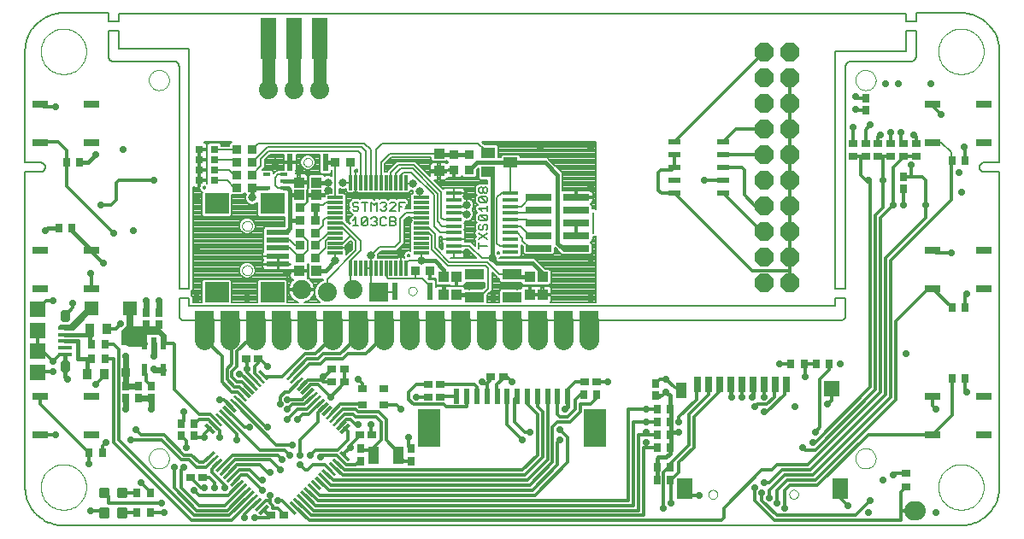
<source format=gtl>
G75*
%MOIN*%
%OFA0B0*%
%FSLAX24Y24*%
%IPPOS*%
%LPD*%
%AMOC8*
5,1,8,0,0,1.08239X$1,22.5*
%
%ADD10C,0.0050*%
%ADD11C,0.0000*%
%ADD12C,0.0079*%
%ADD13C,0.0060*%
%ADD14R,0.0217X0.0472*%
%ADD15R,0.0276X0.0354*%
%ADD16R,0.0291X0.0364*%
%ADD17R,0.0370X0.0400*%
%ADD18R,0.0600X0.0300*%
%ADD19R,0.0364X0.0291*%
%ADD20R,0.0551X0.0551*%
%ADD21R,0.0531X0.0157*%
%ADD22C,0.0281*%
%ADD23R,0.0610X0.0648*%
%ADD24R,0.0610X0.0591*%
%ADD25R,0.0300X0.0600*%
%ADD26R,0.0400X0.0600*%
%ADD27R,0.0600X0.0800*%
%ADD28R,0.0600X0.0600*%
%ADD29R,0.0197X0.0591*%
%ADD30R,0.0866X0.1496*%
%ADD31R,0.0472X0.0118*%
%ADD32R,0.0118X0.0472*%
%ADD33R,0.0354X0.0276*%
%ADD34C,0.0118*%
%ADD35R,0.0374X0.0354*%
%ADD36C,0.0740*%
%ADD37R,0.0394X0.0709*%
%ADD38R,0.0354X0.0256*%
%ADD39R,0.0500X0.0200*%
%ADD40OC8,0.0740*%
%ADD41R,0.0600X0.1600*%
%ADD42R,0.0591X0.0118*%
%ADD43R,0.0118X0.0591*%
%ADD44R,0.0551X0.0394*%
%ADD45R,0.1024X0.0256*%
%ADD46R,0.0354X0.0354*%
%ADD47R,0.0945X0.0787*%
%ADD48R,0.0909X0.0197*%
%ADD49R,0.0236X0.0669*%
%ADD50R,0.0630X0.0138*%
%ADD51R,0.0425X0.0413*%
%ADD52R,0.0748X0.0433*%
%ADD53R,0.0740X0.0740*%
%ADD54R,0.0315X0.0315*%
%ADD55R,0.0315X0.0138*%
%ADD56R,0.0413X0.0425*%
%ADD57C,0.0160*%
%ADD58C,0.0279*%
%ADD59C,0.0120*%
%ADD60C,0.0240*%
%ADD61C,0.0157*%
%ADD62R,0.0750X0.0750*%
%ADD63C,0.0750*%
%ADD64C,0.0500*%
%ADD65C,0.0080*%
%ADD66C,0.0318*%
%ADD67C,0.0059*%
D10*
X002625Y004169D02*
X037625Y004169D01*
X037701Y004171D01*
X037777Y004177D01*
X037852Y004186D01*
X037927Y004200D01*
X038001Y004217D01*
X038074Y004238D01*
X038146Y004262D01*
X038217Y004291D01*
X038286Y004322D01*
X038353Y004357D01*
X038418Y004396D01*
X038482Y004438D01*
X038543Y004483D01*
X038602Y004531D01*
X038658Y004582D01*
X038712Y004636D01*
X038763Y004692D01*
X038811Y004751D01*
X038856Y004812D01*
X038898Y004876D01*
X038937Y004941D01*
X038972Y005008D01*
X039003Y005077D01*
X039032Y005148D01*
X039056Y005220D01*
X039077Y005293D01*
X039094Y005367D01*
X039108Y005442D01*
X039117Y005517D01*
X039123Y005593D01*
X039125Y005669D01*
X039125Y017976D01*
X038515Y017976D01*
X038490Y017978D01*
X038465Y017983D01*
X038441Y017992D01*
X038419Y018004D01*
X038399Y018019D01*
X038381Y018037D01*
X038366Y018057D01*
X038354Y018079D01*
X038345Y018103D01*
X038340Y018128D01*
X038338Y018153D01*
X038340Y018178D01*
X038345Y018203D01*
X038354Y018227D01*
X038366Y018249D01*
X038381Y018269D01*
X038399Y018287D01*
X038419Y018302D01*
X038441Y018314D01*
X038465Y018323D01*
X038490Y018328D01*
X038515Y018330D01*
X039125Y018330D01*
X039125Y022669D01*
X039123Y022745D01*
X039117Y022821D01*
X039108Y022896D01*
X039094Y022971D01*
X039077Y023045D01*
X039056Y023118D01*
X039032Y023190D01*
X039003Y023261D01*
X038972Y023330D01*
X038937Y023397D01*
X038898Y023462D01*
X038856Y023526D01*
X038811Y023587D01*
X038763Y023646D01*
X038712Y023702D01*
X038658Y023756D01*
X038602Y023807D01*
X038543Y023855D01*
X038482Y023900D01*
X038418Y023942D01*
X038353Y023981D01*
X038286Y024016D01*
X038217Y024047D01*
X038146Y024076D01*
X038074Y024100D01*
X038001Y024121D01*
X037927Y024138D01*
X037852Y024152D01*
X037777Y024161D01*
X037701Y024167D01*
X037625Y024169D01*
X035869Y024169D01*
X035869Y023854D01*
X035475Y023854D01*
X035475Y024149D01*
X004767Y024149D01*
X004767Y023854D01*
X004373Y023854D01*
X004373Y024169D01*
X002625Y024169D01*
X002549Y024167D01*
X002473Y024161D01*
X002398Y024152D01*
X002323Y024138D01*
X002249Y024121D01*
X002176Y024100D01*
X002104Y024076D01*
X002033Y024047D01*
X001964Y024016D01*
X001897Y023981D01*
X001832Y023942D01*
X001768Y023900D01*
X001707Y023855D01*
X001648Y023807D01*
X001592Y023756D01*
X001538Y023702D01*
X001487Y023646D01*
X001439Y023587D01*
X001394Y023526D01*
X001352Y023462D01*
X001313Y023397D01*
X001278Y023330D01*
X001247Y023261D01*
X001218Y023190D01*
X001194Y023118D01*
X001173Y023045D01*
X001156Y022971D01*
X001142Y022896D01*
X001133Y022821D01*
X001127Y022745D01*
X001125Y022669D01*
X001125Y018330D01*
X001735Y018330D01*
X001760Y018328D01*
X001785Y018323D01*
X001809Y018314D01*
X001831Y018302D01*
X001851Y018287D01*
X001869Y018269D01*
X001884Y018249D01*
X001896Y018227D01*
X001905Y018203D01*
X001910Y018178D01*
X001912Y018153D01*
X001910Y018128D01*
X001905Y018103D01*
X001896Y018079D01*
X001884Y018057D01*
X001869Y018037D01*
X001851Y018019D01*
X001831Y018004D01*
X001809Y017992D01*
X001785Y017983D01*
X001760Y017978D01*
X001735Y017976D01*
X001125Y017976D01*
X001125Y005669D01*
X001127Y005593D01*
X001133Y005517D01*
X001142Y005442D01*
X001156Y005367D01*
X001173Y005293D01*
X001194Y005220D01*
X001218Y005148D01*
X001247Y005077D01*
X001278Y005008D01*
X001313Y004941D01*
X001352Y004876D01*
X001394Y004812D01*
X001439Y004751D01*
X001487Y004692D01*
X001538Y004636D01*
X001592Y004582D01*
X001648Y004531D01*
X001707Y004483D01*
X001768Y004438D01*
X001832Y004396D01*
X001897Y004357D01*
X001964Y004322D01*
X002033Y004291D01*
X002104Y004262D01*
X002176Y004238D01*
X002249Y004217D01*
X002323Y004200D01*
X002398Y004186D01*
X002473Y004177D01*
X002549Y004171D01*
X002625Y004169D01*
X007330Y012169D02*
X032920Y012169D01*
X032946Y012171D01*
X032971Y012176D01*
X032995Y012184D01*
X033019Y012195D01*
X033040Y012210D01*
X033059Y012227D01*
X033076Y012246D01*
X033091Y012268D01*
X033102Y012291D01*
X033110Y012315D01*
X033115Y012340D01*
X033117Y012366D01*
X033117Y013027D01*
X032719Y013027D01*
X032719Y012732D01*
X007523Y012732D01*
X007523Y013027D01*
X007133Y013027D01*
X007133Y012366D01*
X007135Y012340D01*
X007140Y012315D01*
X007148Y012291D01*
X007159Y012268D01*
X007174Y012246D01*
X007191Y012227D01*
X007210Y012210D01*
X007232Y012195D01*
X007255Y012184D01*
X007279Y012176D01*
X007304Y012171D01*
X007330Y012169D01*
X007523Y013421D02*
X007133Y013421D01*
X007133Y022082D01*
X007131Y022108D01*
X007126Y022133D01*
X007118Y022157D01*
X007107Y022181D01*
X007092Y022202D01*
X007075Y022221D01*
X007056Y022238D01*
X007035Y022253D01*
X007011Y022264D01*
X006987Y022272D01*
X006962Y022277D01*
X006936Y022279D01*
X004570Y022279D01*
X004544Y022281D01*
X004519Y022286D01*
X004495Y022294D01*
X004472Y022305D01*
X004450Y022320D01*
X004431Y022337D01*
X004414Y022356D01*
X004399Y022378D01*
X004388Y022401D01*
X004380Y022425D01*
X004375Y022450D01*
X004373Y022476D01*
X004373Y023460D01*
X004767Y023460D01*
X004767Y022771D01*
X007523Y022771D01*
X007523Y013421D01*
X032719Y013421D02*
X033117Y013421D01*
X033117Y022082D01*
X033119Y022108D01*
X033124Y022133D01*
X033132Y022157D01*
X033143Y022181D01*
X033158Y022202D01*
X033175Y022221D01*
X033194Y022238D01*
X033216Y022253D01*
X033239Y022264D01*
X033263Y022272D01*
X033288Y022277D01*
X033314Y022279D01*
X035672Y022279D01*
X035698Y022281D01*
X035723Y022286D01*
X035747Y022294D01*
X035771Y022305D01*
X035792Y022320D01*
X035811Y022337D01*
X035828Y022356D01*
X035843Y022378D01*
X035854Y022401D01*
X035862Y022425D01*
X035867Y022450D01*
X035869Y022476D01*
X035869Y023460D01*
X035475Y023460D01*
X035475Y022673D01*
X032719Y022673D01*
X032719Y013421D01*
D11*
X033511Y006787D02*
X033513Y006826D01*
X033519Y006865D01*
X033529Y006903D01*
X033542Y006940D01*
X033559Y006975D01*
X033579Y007009D01*
X033603Y007040D01*
X033630Y007069D01*
X033659Y007095D01*
X033691Y007118D01*
X033725Y007138D01*
X033761Y007154D01*
X033798Y007166D01*
X033837Y007175D01*
X033876Y007180D01*
X033915Y007181D01*
X033954Y007178D01*
X033993Y007171D01*
X034030Y007160D01*
X034067Y007146D01*
X034102Y007128D01*
X034135Y007107D01*
X034166Y007082D01*
X034194Y007055D01*
X034219Y007025D01*
X034241Y006992D01*
X034260Y006958D01*
X034275Y006922D01*
X034287Y006884D01*
X034295Y006846D01*
X034299Y006807D01*
X034299Y006767D01*
X034295Y006728D01*
X034287Y006690D01*
X034275Y006652D01*
X034260Y006616D01*
X034241Y006582D01*
X034219Y006549D01*
X034194Y006519D01*
X034166Y006492D01*
X034135Y006467D01*
X034102Y006446D01*
X034067Y006428D01*
X034030Y006414D01*
X033993Y006403D01*
X033954Y006396D01*
X033915Y006393D01*
X033876Y006394D01*
X033837Y006399D01*
X033798Y006408D01*
X033761Y006420D01*
X033725Y006436D01*
X033691Y006456D01*
X033659Y006479D01*
X033630Y006505D01*
X033603Y006534D01*
X033579Y006565D01*
X033559Y006599D01*
X033542Y006634D01*
X033529Y006671D01*
X033519Y006709D01*
X033513Y006748D01*
X033511Y006787D01*
X030926Y005387D02*
X030928Y005413D01*
X030934Y005439D01*
X030943Y005463D01*
X030956Y005486D01*
X030973Y005506D01*
X030992Y005524D01*
X031014Y005539D01*
X031037Y005550D01*
X031062Y005558D01*
X031088Y005562D01*
X031114Y005562D01*
X031140Y005558D01*
X031165Y005550D01*
X031189Y005539D01*
X031210Y005524D01*
X031229Y005506D01*
X031246Y005486D01*
X031259Y005463D01*
X031268Y005439D01*
X031274Y005413D01*
X031276Y005387D01*
X031274Y005361D01*
X031268Y005335D01*
X031259Y005311D01*
X031246Y005288D01*
X031229Y005268D01*
X031210Y005250D01*
X031188Y005235D01*
X031165Y005224D01*
X031140Y005216D01*
X031114Y005212D01*
X031088Y005212D01*
X031062Y005216D01*
X031037Y005224D01*
X031013Y005235D01*
X030992Y005250D01*
X030973Y005268D01*
X030956Y005288D01*
X030943Y005311D01*
X030934Y005335D01*
X030928Y005361D01*
X030926Y005387D01*
X027776Y005387D02*
X027778Y005413D01*
X027784Y005439D01*
X027793Y005463D01*
X027806Y005486D01*
X027823Y005506D01*
X027842Y005524D01*
X027864Y005539D01*
X027887Y005550D01*
X027912Y005558D01*
X027938Y005562D01*
X027964Y005562D01*
X027990Y005558D01*
X028015Y005550D01*
X028039Y005539D01*
X028060Y005524D01*
X028079Y005506D01*
X028096Y005486D01*
X028109Y005463D01*
X028118Y005439D01*
X028124Y005413D01*
X028126Y005387D01*
X028124Y005361D01*
X028118Y005335D01*
X028109Y005311D01*
X028096Y005288D01*
X028079Y005268D01*
X028060Y005250D01*
X028038Y005235D01*
X028015Y005224D01*
X027990Y005216D01*
X027964Y005212D01*
X027938Y005212D01*
X027912Y005216D01*
X027887Y005224D01*
X027863Y005235D01*
X027842Y005250D01*
X027823Y005268D01*
X027806Y005288D01*
X027793Y005311D01*
X027784Y005335D01*
X027778Y005361D01*
X027776Y005387D01*
X036739Y005669D02*
X036741Y005728D01*
X036747Y005787D01*
X036757Y005845D01*
X036770Y005903D01*
X036788Y005960D01*
X036809Y006015D01*
X036834Y006069D01*
X036863Y006121D01*
X036895Y006170D01*
X036930Y006218D01*
X036968Y006263D01*
X037009Y006306D01*
X037053Y006346D01*
X037099Y006382D01*
X037148Y006416D01*
X037199Y006446D01*
X037252Y006473D01*
X037307Y006496D01*
X037362Y006515D01*
X037420Y006531D01*
X037478Y006543D01*
X037536Y006551D01*
X037595Y006555D01*
X037655Y006555D01*
X037714Y006551D01*
X037772Y006543D01*
X037830Y006531D01*
X037888Y006515D01*
X037943Y006496D01*
X037998Y006473D01*
X038051Y006446D01*
X038102Y006416D01*
X038151Y006382D01*
X038197Y006346D01*
X038241Y006306D01*
X038282Y006263D01*
X038320Y006218D01*
X038355Y006170D01*
X038387Y006121D01*
X038416Y006069D01*
X038441Y006015D01*
X038462Y005960D01*
X038480Y005903D01*
X038493Y005845D01*
X038503Y005787D01*
X038509Y005728D01*
X038511Y005669D01*
X038509Y005610D01*
X038503Y005551D01*
X038493Y005493D01*
X038480Y005435D01*
X038462Y005378D01*
X038441Y005323D01*
X038416Y005269D01*
X038387Y005217D01*
X038355Y005168D01*
X038320Y005120D01*
X038282Y005075D01*
X038241Y005032D01*
X038197Y004992D01*
X038151Y004956D01*
X038102Y004922D01*
X038051Y004892D01*
X037998Y004865D01*
X037943Y004842D01*
X037888Y004823D01*
X037830Y004807D01*
X037772Y004795D01*
X037714Y004787D01*
X037655Y004783D01*
X037595Y004783D01*
X037536Y004787D01*
X037478Y004795D01*
X037420Y004807D01*
X037362Y004823D01*
X037307Y004842D01*
X037252Y004865D01*
X037199Y004892D01*
X037148Y004922D01*
X037099Y004956D01*
X037053Y004992D01*
X037009Y005032D01*
X036968Y005075D01*
X036930Y005120D01*
X036895Y005168D01*
X036863Y005217D01*
X036834Y005269D01*
X036809Y005323D01*
X036788Y005378D01*
X036770Y005435D01*
X036757Y005493D01*
X036747Y005551D01*
X036741Y005610D01*
X036739Y005669D01*
X016066Y013322D02*
X016068Y013347D01*
X016074Y013372D01*
X016083Y013396D01*
X016096Y013418D01*
X016113Y013438D01*
X016132Y013455D01*
X016153Y013469D01*
X016177Y013479D01*
X016201Y013486D01*
X016227Y013489D01*
X016252Y013488D01*
X016277Y013483D01*
X016301Y013474D01*
X016324Y013462D01*
X016344Y013447D01*
X016362Y013428D01*
X016377Y013407D01*
X016388Y013384D01*
X016396Y013360D01*
X016400Y013335D01*
X016400Y013309D01*
X016396Y013284D01*
X016388Y013260D01*
X016377Y013237D01*
X016362Y013216D01*
X016344Y013197D01*
X016324Y013182D01*
X016301Y013170D01*
X016277Y013161D01*
X016252Y013156D01*
X016227Y013155D01*
X016201Y013158D01*
X016177Y013165D01*
X016153Y013175D01*
X016132Y013189D01*
X016113Y013206D01*
X016096Y013226D01*
X016083Y013248D01*
X016074Y013272D01*
X016068Y013297D01*
X016066Y013322D01*
X009589Y014129D02*
X009591Y014156D01*
X009597Y014183D01*
X009606Y014209D01*
X009619Y014233D01*
X009635Y014256D01*
X009654Y014275D01*
X009676Y014292D01*
X009700Y014306D01*
X009725Y014316D01*
X009752Y014323D01*
X009779Y014326D01*
X009807Y014325D01*
X009834Y014320D01*
X009860Y014312D01*
X009884Y014300D01*
X009907Y014284D01*
X009928Y014266D01*
X009945Y014245D01*
X009960Y014221D01*
X009971Y014196D01*
X009979Y014170D01*
X009983Y014143D01*
X009983Y014115D01*
X009979Y014088D01*
X009971Y014062D01*
X009960Y014037D01*
X009945Y014013D01*
X009928Y013992D01*
X009907Y013974D01*
X009885Y013958D01*
X009860Y013946D01*
X009834Y013938D01*
X009807Y013933D01*
X009779Y013932D01*
X009752Y013935D01*
X009725Y013942D01*
X009700Y013952D01*
X009676Y013966D01*
X009654Y013983D01*
X009635Y014002D01*
X009619Y014025D01*
X009606Y014049D01*
X009597Y014075D01*
X009591Y014102D01*
X009589Y014129D01*
X009589Y015862D02*
X009591Y015889D01*
X009597Y015916D01*
X009606Y015942D01*
X009619Y015966D01*
X009635Y015989D01*
X009654Y016008D01*
X009676Y016025D01*
X009700Y016039D01*
X009725Y016049D01*
X009752Y016056D01*
X009779Y016059D01*
X009807Y016058D01*
X009834Y016053D01*
X009860Y016045D01*
X009884Y016033D01*
X009907Y016017D01*
X009928Y015999D01*
X009945Y015978D01*
X009960Y015954D01*
X009971Y015929D01*
X009979Y015903D01*
X009983Y015876D01*
X009983Y015848D01*
X009979Y015821D01*
X009971Y015795D01*
X009960Y015770D01*
X009945Y015746D01*
X009928Y015725D01*
X009907Y015707D01*
X009885Y015691D01*
X009860Y015679D01*
X009834Y015671D01*
X009807Y015666D01*
X009779Y015665D01*
X009752Y015668D01*
X009725Y015675D01*
X009700Y015685D01*
X009676Y015699D01*
X009654Y015716D01*
X009635Y015735D01*
X009619Y015758D01*
X009606Y015782D01*
X009597Y015808D01*
X009591Y015835D01*
X009589Y015862D01*
X011982Y018342D02*
X011984Y018367D01*
X011990Y018392D01*
X011999Y018416D01*
X012012Y018438D01*
X012029Y018458D01*
X012048Y018475D01*
X012069Y018489D01*
X012093Y018499D01*
X012117Y018506D01*
X012143Y018509D01*
X012168Y018508D01*
X012193Y018503D01*
X012217Y018494D01*
X012240Y018482D01*
X012260Y018467D01*
X012278Y018448D01*
X012293Y018427D01*
X012304Y018404D01*
X012312Y018380D01*
X012316Y018355D01*
X012316Y018329D01*
X012312Y018304D01*
X012304Y018280D01*
X012293Y018257D01*
X012278Y018236D01*
X012260Y018217D01*
X012240Y018202D01*
X012217Y018190D01*
X012193Y018181D01*
X012168Y018176D01*
X012143Y018175D01*
X012117Y018178D01*
X012093Y018185D01*
X012069Y018195D01*
X012048Y018209D01*
X012029Y018226D01*
X012012Y018246D01*
X011999Y018268D01*
X011990Y018292D01*
X011984Y018317D01*
X011982Y018342D01*
X005951Y021551D02*
X005953Y021590D01*
X005959Y021629D01*
X005969Y021667D01*
X005982Y021704D01*
X005999Y021739D01*
X006019Y021773D01*
X006043Y021804D01*
X006070Y021833D01*
X006099Y021859D01*
X006131Y021882D01*
X006165Y021902D01*
X006201Y021918D01*
X006238Y021930D01*
X006277Y021939D01*
X006316Y021944D01*
X006355Y021945D01*
X006394Y021942D01*
X006433Y021935D01*
X006470Y021924D01*
X006507Y021910D01*
X006542Y021892D01*
X006575Y021871D01*
X006606Y021846D01*
X006634Y021819D01*
X006659Y021789D01*
X006681Y021756D01*
X006700Y021722D01*
X006715Y021686D01*
X006727Y021648D01*
X006735Y021610D01*
X006739Y021571D01*
X006739Y021531D01*
X006735Y021492D01*
X006727Y021454D01*
X006715Y021416D01*
X006700Y021380D01*
X006681Y021346D01*
X006659Y021313D01*
X006634Y021283D01*
X006606Y021256D01*
X006575Y021231D01*
X006542Y021210D01*
X006507Y021192D01*
X006470Y021178D01*
X006433Y021167D01*
X006394Y021160D01*
X006355Y021157D01*
X006316Y021158D01*
X006277Y021163D01*
X006238Y021172D01*
X006201Y021184D01*
X006165Y021200D01*
X006131Y021220D01*
X006099Y021243D01*
X006070Y021269D01*
X006043Y021298D01*
X006019Y021329D01*
X005999Y021363D01*
X005982Y021398D01*
X005969Y021435D01*
X005959Y021473D01*
X005953Y021512D01*
X005951Y021551D01*
X001739Y022669D02*
X001741Y022728D01*
X001747Y022787D01*
X001757Y022845D01*
X001770Y022903D01*
X001788Y022960D01*
X001809Y023015D01*
X001834Y023069D01*
X001863Y023121D01*
X001895Y023170D01*
X001930Y023218D01*
X001968Y023263D01*
X002009Y023306D01*
X002053Y023346D01*
X002099Y023382D01*
X002148Y023416D01*
X002199Y023446D01*
X002252Y023473D01*
X002307Y023496D01*
X002362Y023515D01*
X002420Y023531D01*
X002478Y023543D01*
X002536Y023551D01*
X002595Y023555D01*
X002655Y023555D01*
X002714Y023551D01*
X002772Y023543D01*
X002830Y023531D01*
X002888Y023515D01*
X002943Y023496D01*
X002998Y023473D01*
X003051Y023446D01*
X003102Y023416D01*
X003151Y023382D01*
X003197Y023346D01*
X003241Y023306D01*
X003282Y023263D01*
X003320Y023218D01*
X003355Y023170D01*
X003387Y023121D01*
X003416Y023069D01*
X003441Y023015D01*
X003462Y022960D01*
X003480Y022903D01*
X003493Y022845D01*
X003503Y022787D01*
X003509Y022728D01*
X003511Y022669D01*
X003509Y022610D01*
X003503Y022551D01*
X003493Y022493D01*
X003480Y022435D01*
X003462Y022378D01*
X003441Y022323D01*
X003416Y022269D01*
X003387Y022217D01*
X003355Y022168D01*
X003320Y022120D01*
X003282Y022075D01*
X003241Y022032D01*
X003197Y021992D01*
X003151Y021956D01*
X003102Y021922D01*
X003051Y021892D01*
X002998Y021865D01*
X002943Y021842D01*
X002888Y021823D01*
X002830Y021807D01*
X002772Y021795D01*
X002714Y021787D01*
X002655Y021783D01*
X002595Y021783D01*
X002536Y021787D01*
X002478Y021795D01*
X002420Y021807D01*
X002362Y021823D01*
X002307Y021842D01*
X002252Y021865D01*
X002199Y021892D01*
X002148Y021922D01*
X002099Y021956D01*
X002053Y021992D01*
X002009Y022032D01*
X001968Y022075D01*
X001930Y022120D01*
X001895Y022168D01*
X001863Y022217D01*
X001834Y022269D01*
X001809Y022323D01*
X001788Y022378D01*
X001770Y022435D01*
X001757Y022493D01*
X001747Y022551D01*
X001741Y022610D01*
X001739Y022669D01*
X005951Y006787D02*
X005953Y006826D01*
X005959Y006865D01*
X005969Y006903D01*
X005982Y006940D01*
X005999Y006975D01*
X006019Y007009D01*
X006043Y007040D01*
X006070Y007069D01*
X006099Y007095D01*
X006131Y007118D01*
X006165Y007138D01*
X006201Y007154D01*
X006238Y007166D01*
X006277Y007175D01*
X006316Y007180D01*
X006355Y007181D01*
X006394Y007178D01*
X006433Y007171D01*
X006470Y007160D01*
X006507Y007146D01*
X006542Y007128D01*
X006575Y007107D01*
X006606Y007082D01*
X006634Y007055D01*
X006659Y007025D01*
X006681Y006992D01*
X006700Y006958D01*
X006715Y006922D01*
X006727Y006884D01*
X006735Y006846D01*
X006739Y006807D01*
X006739Y006767D01*
X006735Y006728D01*
X006727Y006690D01*
X006715Y006652D01*
X006700Y006616D01*
X006681Y006582D01*
X006659Y006549D01*
X006634Y006519D01*
X006606Y006492D01*
X006575Y006467D01*
X006542Y006446D01*
X006507Y006428D01*
X006470Y006414D01*
X006433Y006403D01*
X006394Y006396D01*
X006355Y006393D01*
X006316Y006394D01*
X006277Y006399D01*
X006238Y006408D01*
X006201Y006420D01*
X006165Y006436D01*
X006131Y006456D01*
X006099Y006479D01*
X006070Y006505D01*
X006043Y006534D01*
X006019Y006565D01*
X005999Y006599D01*
X005982Y006634D01*
X005969Y006671D01*
X005959Y006709D01*
X005953Y006748D01*
X005951Y006787D01*
X001739Y005669D02*
X001741Y005728D01*
X001747Y005787D01*
X001757Y005845D01*
X001770Y005903D01*
X001788Y005960D01*
X001809Y006015D01*
X001834Y006069D01*
X001863Y006121D01*
X001895Y006170D01*
X001930Y006218D01*
X001968Y006263D01*
X002009Y006306D01*
X002053Y006346D01*
X002099Y006382D01*
X002148Y006416D01*
X002199Y006446D01*
X002252Y006473D01*
X002307Y006496D01*
X002362Y006515D01*
X002420Y006531D01*
X002478Y006543D01*
X002536Y006551D01*
X002595Y006555D01*
X002655Y006555D01*
X002714Y006551D01*
X002772Y006543D01*
X002830Y006531D01*
X002888Y006515D01*
X002943Y006496D01*
X002998Y006473D01*
X003051Y006446D01*
X003102Y006416D01*
X003151Y006382D01*
X003197Y006346D01*
X003241Y006306D01*
X003282Y006263D01*
X003320Y006218D01*
X003355Y006170D01*
X003387Y006121D01*
X003416Y006069D01*
X003441Y006015D01*
X003462Y005960D01*
X003480Y005903D01*
X003493Y005845D01*
X003503Y005787D01*
X003509Y005728D01*
X003511Y005669D01*
X003509Y005610D01*
X003503Y005551D01*
X003493Y005493D01*
X003480Y005435D01*
X003462Y005378D01*
X003441Y005323D01*
X003416Y005269D01*
X003387Y005217D01*
X003355Y005168D01*
X003320Y005120D01*
X003282Y005075D01*
X003241Y005032D01*
X003197Y004992D01*
X003151Y004956D01*
X003102Y004922D01*
X003051Y004892D01*
X002998Y004865D01*
X002943Y004842D01*
X002888Y004823D01*
X002830Y004807D01*
X002772Y004795D01*
X002714Y004787D01*
X002655Y004783D01*
X002595Y004783D01*
X002536Y004787D01*
X002478Y004795D01*
X002420Y004807D01*
X002362Y004823D01*
X002307Y004842D01*
X002252Y004865D01*
X002199Y004892D01*
X002148Y004922D01*
X002099Y004956D01*
X002053Y004992D01*
X002009Y005032D01*
X001968Y005075D01*
X001930Y005120D01*
X001895Y005168D01*
X001863Y005217D01*
X001834Y005269D01*
X001809Y005323D01*
X001788Y005378D01*
X001770Y005435D01*
X001757Y005493D01*
X001747Y005551D01*
X001741Y005610D01*
X001739Y005669D01*
X033511Y021551D02*
X033513Y021590D01*
X033519Y021629D01*
X033529Y021667D01*
X033542Y021704D01*
X033559Y021739D01*
X033579Y021773D01*
X033603Y021804D01*
X033630Y021833D01*
X033659Y021859D01*
X033691Y021882D01*
X033725Y021902D01*
X033761Y021918D01*
X033798Y021930D01*
X033837Y021939D01*
X033876Y021944D01*
X033915Y021945D01*
X033954Y021942D01*
X033993Y021935D01*
X034030Y021924D01*
X034067Y021910D01*
X034102Y021892D01*
X034135Y021871D01*
X034166Y021846D01*
X034194Y021819D01*
X034219Y021789D01*
X034241Y021756D01*
X034260Y021722D01*
X034275Y021686D01*
X034287Y021648D01*
X034295Y021610D01*
X034299Y021571D01*
X034299Y021531D01*
X034295Y021492D01*
X034287Y021454D01*
X034275Y021416D01*
X034260Y021380D01*
X034241Y021346D01*
X034219Y021313D01*
X034194Y021283D01*
X034166Y021256D01*
X034135Y021231D01*
X034102Y021210D01*
X034067Y021192D01*
X034030Y021178D01*
X033993Y021167D01*
X033954Y021160D01*
X033915Y021157D01*
X033876Y021158D01*
X033837Y021163D01*
X033798Y021172D01*
X033761Y021184D01*
X033725Y021200D01*
X033691Y021220D01*
X033659Y021243D01*
X033630Y021269D01*
X033603Y021298D01*
X033579Y021329D01*
X033559Y021363D01*
X033542Y021398D01*
X033529Y021435D01*
X033519Y021473D01*
X033513Y021512D01*
X033511Y021551D01*
X036739Y022669D02*
X036741Y022728D01*
X036747Y022787D01*
X036757Y022845D01*
X036770Y022903D01*
X036788Y022960D01*
X036809Y023015D01*
X036834Y023069D01*
X036863Y023121D01*
X036895Y023170D01*
X036930Y023218D01*
X036968Y023263D01*
X037009Y023306D01*
X037053Y023346D01*
X037099Y023382D01*
X037148Y023416D01*
X037199Y023446D01*
X037252Y023473D01*
X037307Y023496D01*
X037362Y023515D01*
X037420Y023531D01*
X037478Y023543D01*
X037536Y023551D01*
X037595Y023555D01*
X037655Y023555D01*
X037714Y023551D01*
X037772Y023543D01*
X037830Y023531D01*
X037888Y023515D01*
X037943Y023496D01*
X037998Y023473D01*
X038051Y023446D01*
X038102Y023416D01*
X038151Y023382D01*
X038197Y023346D01*
X038241Y023306D01*
X038282Y023263D01*
X038320Y023218D01*
X038355Y023170D01*
X038387Y023121D01*
X038416Y023069D01*
X038441Y023015D01*
X038462Y022960D01*
X038480Y022903D01*
X038493Y022845D01*
X038503Y022787D01*
X038509Y022728D01*
X038511Y022669D01*
X038509Y022610D01*
X038503Y022551D01*
X038493Y022493D01*
X038480Y022435D01*
X038462Y022378D01*
X038441Y022323D01*
X038416Y022269D01*
X038387Y022217D01*
X038355Y022168D01*
X038320Y022120D01*
X038282Y022075D01*
X038241Y022032D01*
X038197Y021992D01*
X038151Y021956D01*
X038102Y021922D01*
X038051Y021892D01*
X037998Y021865D01*
X037943Y021842D01*
X037888Y021823D01*
X037830Y021807D01*
X037772Y021795D01*
X037714Y021787D01*
X037655Y021783D01*
X037595Y021783D01*
X037536Y021787D01*
X037478Y021795D01*
X037420Y021807D01*
X037362Y021823D01*
X037307Y021842D01*
X037252Y021865D01*
X037199Y021892D01*
X037148Y021922D01*
X037099Y021956D01*
X037053Y021992D01*
X037009Y022032D01*
X036968Y022075D01*
X036930Y022120D01*
X036895Y022168D01*
X036863Y022217D01*
X036834Y022269D01*
X036809Y022323D01*
X036788Y022378D01*
X036770Y022435D01*
X036757Y022493D01*
X036747Y022551D01*
X036741Y022610D01*
X036739Y022669D01*
D12*
X036864Y019119D02*
X036525Y019119D01*
X036864Y019119D02*
X037247Y018736D01*
X037247Y018441D01*
X037269Y018419D01*
X035377Y019090D02*
X035279Y019188D01*
X023271Y016374D02*
X023271Y015586D01*
X020042Y015084D02*
X019639Y015084D01*
X019531Y015192D01*
X019531Y016964D01*
X019703Y017136D01*
X019988Y017136D01*
X020042Y017131D01*
X020042Y018322D01*
X020062Y018342D01*
X018349Y016669D02*
X018300Y016620D01*
X017838Y016620D01*
X017838Y016364D02*
X018310Y016364D01*
X018349Y016324D01*
X018458Y015084D02*
X017838Y015084D01*
X018458Y015084D02*
X018940Y014602D01*
X019334Y014602D01*
X019541Y014799D02*
X019543Y014811D01*
X019548Y014822D01*
X019557Y014831D01*
X019568Y014836D01*
X019580Y014838D01*
X019592Y014836D01*
X019603Y014831D01*
X019612Y014822D01*
X019617Y014811D01*
X019619Y014799D01*
X019617Y014787D01*
X019612Y014776D01*
X019603Y014767D01*
X019592Y014762D01*
X019580Y014760D01*
X019568Y014762D01*
X019557Y014767D01*
X019548Y014776D01*
X019543Y014787D01*
X019541Y014799D01*
X016578Y014799D02*
X016578Y014503D01*
X016086Y014503D01*
X015987Y014405D01*
X015987Y014208D01*
X016047Y014700D02*
X016049Y014712D01*
X016054Y014723D01*
X016063Y014732D01*
X016074Y014737D01*
X016086Y014739D01*
X016098Y014737D01*
X016109Y014732D01*
X016118Y014723D01*
X016123Y014712D01*
X016125Y014700D01*
X016123Y014688D01*
X016118Y014677D01*
X016109Y014668D01*
X016098Y014663D01*
X016086Y014661D01*
X016074Y014663D01*
X016063Y014668D01*
X016054Y014677D01*
X016049Y014688D01*
X016047Y014700D01*
X015544Y015045D02*
X014954Y015045D01*
X014609Y014700D01*
X014609Y014208D01*
X014412Y014208D01*
X014609Y014208D02*
X014609Y013568D01*
X014905Y013272D01*
X015544Y013272D01*
X015544Y013322D01*
X015544Y015045D02*
X015741Y015242D01*
X015741Y016127D01*
X015987Y016374D01*
X016578Y016374D01*
X015003Y017555D02*
X015003Y018342D01*
X015347Y018687D01*
X017267Y018687D01*
X013822Y017555D02*
X013527Y017555D01*
X012493Y017062D02*
X012149Y017062D01*
X012149Y016816D01*
X011952Y016620D01*
X011903Y016620D01*
X011853Y016570D01*
X013231Y014799D02*
X013231Y014503D01*
X009393Y017358D02*
X009294Y017358D01*
X008999Y017653D01*
X008507Y017653D01*
X008074Y017358D02*
X008076Y017370D01*
X008081Y017381D01*
X008090Y017390D01*
X008101Y017395D01*
X008113Y017397D01*
X008125Y017395D01*
X008136Y017390D01*
X008145Y017381D01*
X008150Y017370D01*
X008152Y017358D01*
X008150Y017346D01*
X008145Y017335D01*
X008136Y017326D01*
X008125Y017321D01*
X008113Y017319D01*
X008101Y017321D01*
X008090Y017326D01*
X008081Y017335D01*
X008076Y017346D01*
X008074Y017358D01*
X008507Y018047D02*
X009097Y018047D01*
X009294Y017850D01*
X009393Y017850D01*
X009393Y018342D02*
X009294Y018440D01*
X008507Y018440D01*
X008507Y018834D02*
X009393Y018834D01*
D13*
X013901Y016731D02*
X013901Y016675D01*
X013957Y016620D01*
X014068Y016620D01*
X014124Y016564D01*
X014124Y016508D01*
X014068Y016453D01*
X013957Y016453D01*
X013901Y016508D01*
X013901Y016731D02*
X013957Y016787D01*
X014068Y016787D01*
X014124Y016731D01*
X014264Y016787D02*
X014486Y016787D01*
X014375Y016787D02*
X014375Y016453D01*
X014626Y016453D02*
X014626Y016787D01*
X014737Y016675D01*
X014849Y016787D01*
X014849Y016453D01*
X014989Y016508D02*
X015044Y016453D01*
X015156Y016453D01*
X015211Y016508D01*
X015211Y016564D01*
X015156Y016620D01*
X015100Y016620D01*
X015156Y016620D02*
X015211Y016675D01*
X015211Y016731D01*
X015156Y016787D01*
X015044Y016787D01*
X014989Y016731D01*
X015351Y016731D02*
X015407Y016787D01*
X015518Y016787D01*
X015574Y016731D01*
X015574Y016675D01*
X015351Y016453D01*
X015574Y016453D01*
X015714Y016453D02*
X015714Y016787D01*
X015936Y016787D01*
X015825Y016620D02*
X015714Y016620D01*
X015518Y016196D02*
X015574Y016140D01*
X015574Y016085D01*
X015518Y016029D01*
X015351Y016029D01*
X015351Y015862D02*
X015518Y015862D01*
X015574Y015918D01*
X015574Y015974D01*
X015518Y016029D01*
X015518Y016196D02*
X015351Y016196D01*
X015351Y015862D01*
X015211Y015918D02*
X015156Y015862D01*
X015044Y015862D01*
X014989Y015918D01*
X014989Y016140D01*
X015044Y016196D01*
X015156Y016196D01*
X015211Y016140D01*
X014849Y016140D02*
X014793Y016196D01*
X014682Y016196D01*
X014626Y016140D01*
X014486Y016140D02*
X014431Y016196D01*
X014319Y016196D01*
X014264Y016140D01*
X014264Y015918D01*
X014486Y016140D01*
X014486Y015918D01*
X014431Y015862D01*
X014319Y015862D01*
X014264Y015918D01*
X014124Y015862D02*
X013901Y015862D01*
X014012Y015862D02*
X014012Y016196D01*
X013901Y016085D01*
X014626Y015918D02*
X014682Y015862D01*
X014793Y015862D01*
X014849Y015918D01*
X014849Y015974D01*
X014793Y016029D01*
X014737Y016029D01*
X014793Y016029D02*
X014849Y016085D01*
X014849Y016140D01*
X018822Y016120D02*
X018822Y016231D01*
X018878Y016287D01*
X019100Y016064D01*
X019156Y016120D01*
X019156Y016231D01*
X019100Y016287D01*
X018878Y016287D01*
X018933Y016426D02*
X018822Y016538D01*
X019156Y016538D01*
X019156Y016649D02*
X019156Y016426D01*
X019100Y016789D02*
X018878Y017012D01*
X019100Y017012D01*
X019156Y016956D01*
X019156Y016845D01*
X019100Y016789D01*
X018878Y016789D01*
X018822Y016845D01*
X018822Y016956D01*
X018878Y017012D01*
X018878Y017151D02*
X018933Y017151D01*
X018989Y017207D01*
X018989Y017318D01*
X019045Y017374D01*
X019100Y017374D01*
X019156Y017318D01*
X019156Y017207D01*
X019100Y017151D01*
X019045Y017151D01*
X018989Y017207D01*
X018989Y017318D02*
X018933Y017374D01*
X018878Y017374D01*
X018822Y017318D01*
X018822Y017207D01*
X018878Y017151D01*
X018822Y016120D02*
X018878Y016064D01*
X019100Y016064D01*
X019100Y015924D02*
X019156Y015868D01*
X019156Y015757D01*
X019100Y015701D01*
X018989Y015757D02*
X018989Y015868D01*
X019045Y015924D01*
X019100Y015924D01*
X018989Y015757D02*
X018933Y015701D01*
X018878Y015701D01*
X018822Y015757D01*
X018822Y015868D01*
X018878Y015924D01*
X018822Y015562D02*
X019156Y015339D01*
X019156Y015562D02*
X018822Y015339D01*
X018822Y015199D02*
X018822Y014976D01*
X018822Y015088D02*
X019156Y015088D01*
D14*
X006519Y011275D03*
X006145Y011275D03*
X005771Y011275D03*
X005771Y010251D03*
X006519Y010251D03*
D15*
X004235Y010665D03*
X003723Y010665D03*
X003723Y011255D03*
X004235Y011255D03*
X004137Y007023D03*
X003625Y007023D03*
X005495Y005448D03*
X006007Y005448D03*
X006007Y004661D03*
X005495Y004661D03*
X002956Y015783D03*
X002444Y015783D03*
X002739Y018342D03*
X003251Y018342D03*
X022916Y009287D03*
X023428Y009287D03*
X025771Y008696D03*
X026282Y008696D03*
X026282Y008204D03*
X025771Y008204D03*
X025771Y007712D03*
X026282Y007712D03*
X026282Y007220D03*
X025771Y007220D03*
X025771Y006433D03*
X025771Y005940D03*
X026282Y005940D03*
X026282Y006433D03*
X030987Y010468D03*
X031499Y010468D03*
X031971Y010468D03*
X032483Y010468D03*
X037269Y009919D03*
X037781Y009919D03*
X037781Y012669D03*
X037269Y012669D03*
X037269Y018419D03*
X037781Y018419D03*
D16*
X035377Y017791D03*
X035377Y017318D03*
X033901Y020370D03*
X033901Y020842D03*
X025731Y009720D03*
X025731Y009248D03*
X016184Y007161D03*
X016184Y006688D03*
X014216Y006688D03*
X014216Y007161D03*
X007719Y007673D03*
X007227Y007673D03*
X007227Y008145D03*
X007719Y008145D03*
X006046Y009149D03*
X005554Y009149D03*
X005554Y009622D03*
X006046Y009622D03*
X005062Y009622D03*
X005062Y009149D03*
X005849Y012003D03*
X005849Y012476D03*
X006342Y012476D03*
X006342Y012003D03*
D17*
X004314Y011846D03*
X003645Y011846D03*
X003546Y010074D03*
X004216Y010074D03*
D18*
X003725Y009219D03*
X001725Y009219D03*
X001725Y007719D03*
X003725Y007719D03*
X003725Y013419D03*
X001725Y013419D03*
X001725Y014919D03*
X003725Y014919D03*
X003725Y019119D03*
X003725Y020619D03*
X001725Y020619D03*
X001725Y019119D03*
X036525Y019119D03*
X036525Y020619D03*
X038525Y020619D03*
X038525Y019119D03*
X038525Y014919D03*
X038525Y013419D03*
X036525Y013419D03*
X036525Y014919D03*
X036525Y009219D03*
X036525Y007719D03*
X038525Y007719D03*
X038525Y009219D03*
D19*
X023408Y009779D03*
X022936Y009779D03*
X019767Y009976D03*
X019294Y009976D03*
X017306Y009681D03*
X017306Y009188D03*
X016834Y009188D03*
X016834Y009681D03*
X014649Y007712D03*
X014176Y007712D03*
X013566Y009779D03*
X013094Y009779D03*
X013094Y010271D03*
X013566Y010271D03*
X010219Y010665D03*
X009747Y010665D03*
X008054Y006039D03*
X007582Y006039D03*
X010731Y004562D03*
X011204Y004562D03*
D20*
X005219Y012633D03*
X003723Y012633D03*
D21*
X002688Y011881D03*
X002688Y011625D03*
X002688Y011369D03*
X002688Y011113D03*
X002688Y010857D03*
D22*
X002641Y010491D02*
X002641Y010279D01*
X002641Y010491D02*
X002735Y010491D01*
X002735Y010279D01*
X002641Y010279D01*
X002641Y012247D02*
X002641Y012459D01*
X002735Y012459D01*
X002735Y012247D01*
X002641Y012247D01*
D23*
X001625Y012598D03*
X001625Y010139D03*
D24*
X001625Y010975D03*
X001625Y011762D03*
D25*
X027361Y009678D03*
X027794Y009678D03*
X028227Y009678D03*
X028660Y009678D03*
X029093Y009678D03*
X029526Y009678D03*
X029959Y009678D03*
X030392Y009678D03*
X030825Y009678D03*
D26*
X026713Y009442D03*
D27*
X026849Y005594D03*
X032912Y005594D03*
D28*
X032590Y009524D03*
D29*
X022290Y009198D03*
X021897Y009198D03*
X021503Y009198D03*
X021109Y009198D03*
X020716Y009198D03*
X020322Y009198D03*
X019928Y009198D03*
X019534Y009198D03*
X019141Y009198D03*
X018747Y009198D03*
X018353Y009198D03*
X017960Y009198D03*
D30*
X016897Y007979D03*
X023353Y007979D03*
D31*
G36*
X013390Y007835D02*
X013723Y008168D01*
X013806Y008085D01*
X013473Y007752D01*
X013390Y007835D01*
G37*
G36*
X013251Y007974D02*
X013584Y008307D01*
X013667Y008224D01*
X013334Y007891D01*
X013251Y007974D01*
G37*
G36*
X013112Y008113D02*
X013445Y008446D01*
X013528Y008363D01*
X013195Y008030D01*
X013112Y008113D01*
G37*
G36*
X012973Y008252D02*
X013306Y008585D01*
X013389Y008502D01*
X013056Y008169D01*
X012973Y008252D01*
G37*
G36*
X012834Y008391D02*
X013167Y008724D01*
X013250Y008641D01*
X012917Y008308D01*
X012834Y008391D01*
G37*
G36*
X012694Y008531D02*
X013027Y008864D01*
X013110Y008781D01*
X012777Y008448D01*
X012694Y008531D01*
G37*
G36*
X012555Y008670D02*
X012888Y009003D01*
X012971Y008920D01*
X012638Y008587D01*
X012555Y008670D01*
G37*
G36*
X012416Y008809D02*
X012749Y009142D01*
X012832Y009059D01*
X012499Y008726D01*
X012416Y008809D01*
G37*
G36*
X012277Y008948D02*
X012610Y009281D01*
X012693Y009198D01*
X012360Y008865D01*
X012277Y008948D01*
G37*
G36*
X012138Y009087D02*
X012471Y009420D01*
X012554Y009337D01*
X012221Y009004D01*
X012138Y009087D01*
G37*
G36*
X011998Y009227D02*
X012331Y009560D01*
X012414Y009477D01*
X012081Y009144D01*
X011998Y009227D01*
G37*
G36*
X011859Y009366D02*
X012192Y009699D01*
X012275Y009616D01*
X011942Y009283D01*
X011859Y009366D01*
G37*
G36*
X011720Y009505D02*
X012053Y009838D01*
X012136Y009755D01*
X011803Y009422D01*
X011720Y009505D01*
G37*
G36*
X011581Y009644D02*
X011914Y009977D01*
X011997Y009894D01*
X011664Y009561D01*
X011581Y009644D01*
G37*
G36*
X011442Y009783D02*
X011775Y010116D01*
X011858Y010033D01*
X011525Y009700D01*
X011442Y009783D01*
G37*
G36*
X011302Y009923D02*
X011635Y010256D01*
X011718Y010173D01*
X011385Y009840D01*
X011302Y009923D01*
G37*
G36*
X008129Y006749D02*
X008462Y007082D01*
X008545Y006999D01*
X008212Y006666D01*
X008129Y006749D01*
G37*
G36*
X008268Y006610D02*
X008601Y006943D01*
X008684Y006860D01*
X008351Y006527D01*
X008268Y006610D01*
G37*
G36*
X008407Y006471D02*
X008740Y006804D01*
X008823Y006721D01*
X008490Y006388D01*
X008407Y006471D01*
G37*
G36*
X008546Y006331D02*
X008879Y006664D01*
X008962Y006581D01*
X008629Y006248D01*
X008546Y006331D01*
G37*
G36*
X008686Y006192D02*
X009019Y006525D01*
X009102Y006442D01*
X008769Y006109D01*
X008686Y006192D01*
G37*
G36*
X008825Y006053D02*
X009158Y006386D01*
X009241Y006303D01*
X008908Y005970D01*
X008825Y006053D01*
G37*
G36*
X008964Y005914D02*
X009297Y006247D01*
X009380Y006164D01*
X009047Y005831D01*
X008964Y005914D01*
G37*
G36*
X009103Y005775D02*
X009436Y006108D01*
X009519Y006025D01*
X009186Y005692D01*
X009103Y005775D01*
G37*
G36*
X009242Y005635D02*
X009575Y005968D01*
X009658Y005885D01*
X009325Y005552D01*
X009242Y005635D01*
G37*
G36*
X009381Y005496D02*
X009714Y005829D01*
X009797Y005746D01*
X009464Y005413D01*
X009381Y005496D01*
G37*
G36*
X009521Y005357D02*
X009854Y005690D01*
X009937Y005607D01*
X009604Y005274D01*
X009521Y005357D01*
G37*
G36*
X009660Y005218D02*
X009993Y005551D01*
X010076Y005468D01*
X009743Y005135D01*
X009660Y005218D01*
G37*
G36*
X009799Y005079D02*
X010132Y005412D01*
X010215Y005329D01*
X009882Y004996D01*
X009799Y005079D01*
G37*
G36*
X009938Y004939D02*
X010271Y005272D01*
X010354Y005189D01*
X010021Y004856D01*
X009938Y004939D01*
G37*
G36*
X010077Y004800D02*
X010410Y005133D01*
X010493Y005050D01*
X010160Y004717D01*
X010077Y004800D01*
G37*
G36*
X010217Y004661D02*
X010550Y004994D01*
X010633Y004911D01*
X010300Y004578D01*
X010217Y004661D01*
G37*
D32*
G36*
X011302Y004911D02*
X011385Y004994D01*
X011718Y004661D01*
X011635Y004578D01*
X011302Y004911D01*
G37*
G36*
X011442Y005050D02*
X011525Y005133D01*
X011858Y004800D01*
X011775Y004717D01*
X011442Y005050D01*
G37*
G36*
X011581Y005189D02*
X011664Y005272D01*
X011997Y004939D01*
X011914Y004856D01*
X011581Y005189D01*
G37*
G36*
X011720Y005329D02*
X011803Y005412D01*
X012136Y005079D01*
X012053Y004996D01*
X011720Y005329D01*
G37*
G36*
X011859Y005468D02*
X011942Y005551D01*
X012275Y005218D01*
X012192Y005135D01*
X011859Y005468D01*
G37*
G36*
X011998Y005607D02*
X012081Y005690D01*
X012414Y005357D01*
X012331Y005274D01*
X011998Y005607D01*
G37*
G36*
X012138Y005746D02*
X012221Y005829D01*
X012554Y005496D01*
X012471Y005413D01*
X012138Y005746D01*
G37*
G36*
X012277Y005885D02*
X012360Y005968D01*
X012693Y005635D01*
X012610Y005552D01*
X012277Y005885D01*
G37*
G36*
X012416Y006025D02*
X012499Y006108D01*
X012832Y005775D01*
X012749Y005692D01*
X012416Y006025D01*
G37*
G36*
X012555Y006164D02*
X012638Y006247D01*
X012971Y005914D01*
X012888Y005831D01*
X012555Y006164D01*
G37*
G36*
X012694Y006303D02*
X012777Y006386D01*
X013110Y006053D01*
X013027Y005970D01*
X012694Y006303D01*
G37*
G36*
X012834Y006442D02*
X012917Y006525D01*
X013250Y006192D01*
X013167Y006109D01*
X012834Y006442D01*
G37*
G36*
X012973Y006581D02*
X013056Y006664D01*
X013389Y006331D01*
X013306Y006248D01*
X012973Y006581D01*
G37*
G36*
X013112Y006721D02*
X013195Y006804D01*
X013528Y006471D01*
X013445Y006388D01*
X013112Y006721D01*
G37*
G36*
X013251Y006860D02*
X013334Y006943D01*
X013667Y006610D01*
X013584Y006527D01*
X013251Y006860D01*
G37*
G36*
X013390Y006999D02*
X013473Y007082D01*
X013806Y006749D01*
X013723Y006666D01*
X013390Y006999D01*
G37*
G36*
X009799Y009755D02*
X009882Y009838D01*
X010215Y009505D01*
X010132Y009422D01*
X009799Y009755D01*
G37*
G36*
X009660Y009616D02*
X009743Y009699D01*
X010076Y009366D01*
X009993Y009283D01*
X009660Y009616D01*
G37*
G36*
X009521Y009477D02*
X009604Y009560D01*
X009937Y009227D01*
X009854Y009144D01*
X009521Y009477D01*
G37*
G36*
X009381Y009337D02*
X009464Y009420D01*
X009797Y009087D01*
X009714Y009004D01*
X009381Y009337D01*
G37*
G36*
X009242Y009198D02*
X009325Y009281D01*
X009658Y008948D01*
X009575Y008865D01*
X009242Y009198D01*
G37*
G36*
X009103Y009059D02*
X009186Y009142D01*
X009519Y008809D01*
X009436Y008726D01*
X009103Y009059D01*
G37*
G36*
X008964Y008920D02*
X009047Y009003D01*
X009380Y008670D01*
X009297Y008587D01*
X008964Y008920D01*
G37*
G36*
X008825Y008781D02*
X008908Y008864D01*
X009241Y008531D01*
X009158Y008448D01*
X008825Y008781D01*
G37*
G36*
X008686Y008641D02*
X008769Y008724D01*
X009102Y008391D01*
X009019Y008308D01*
X008686Y008641D01*
G37*
G36*
X008546Y008502D02*
X008629Y008585D01*
X008962Y008252D01*
X008879Y008169D01*
X008546Y008502D01*
G37*
G36*
X008407Y008363D02*
X008490Y008446D01*
X008823Y008113D01*
X008740Y008030D01*
X008407Y008363D01*
G37*
G36*
X008268Y008224D02*
X008351Y008307D01*
X008684Y007974D01*
X008601Y007891D01*
X008268Y008224D01*
G37*
G36*
X008129Y008085D02*
X008212Y008168D01*
X008545Y007835D01*
X008462Y007752D01*
X008129Y008085D01*
G37*
G36*
X009938Y009894D02*
X010021Y009977D01*
X010354Y009644D01*
X010271Y009561D01*
X009938Y009894D01*
G37*
G36*
X010077Y010033D02*
X010160Y010116D01*
X010493Y009783D01*
X010410Y009700D01*
X010077Y010033D01*
G37*
G36*
X010217Y010173D02*
X010300Y010256D01*
X010633Y009923D01*
X010550Y009840D01*
X010217Y010173D01*
G37*
D33*
X033408Y018578D03*
X033901Y018578D03*
X034393Y018578D03*
X034885Y018578D03*
X034885Y019090D03*
X034393Y019090D03*
X033901Y019090D03*
X033408Y019090D03*
X035377Y019090D03*
X035869Y019090D03*
X035869Y018578D03*
X035377Y018578D03*
X035475Y006196D03*
X035475Y005685D03*
D34*
X018747Y009198D02*
X018747Y009578D01*
X004777Y005586D02*
X004777Y005310D01*
X004777Y005586D02*
X005053Y005586D01*
X005053Y005310D01*
X004777Y005310D01*
X004777Y005427D02*
X005053Y005427D01*
X005053Y005544D02*
X004777Y005544D01*
X004087Y005586D02*
X004087Y005310D01*
X004087Y005586D02*
X004363Y005586D01*
X004363Y005310D01*
X004087Y005310D01*
X004087Y005427D02*
X004363Y005427D01*
X004363Y005544D02*
X004087Y005544D01*
X004087Y004799D02*
X004087Y004523D01*
X004087Y004799D02*
X004363Y004799D01*
X004363Y004523D01*
X004087Y004523D01*
X004087Y004640D02*
X004363Y004640D01*
X004363Y004757D02*
X004087Y004757D01*
X004777Y004799D02*
X004777Y004523D01*
X004777Y004799D02*
X005053Y004799D01*
X005053Y004523D01*
X004777Y004523D01*
X004777Y004640D02*
X005053Y004640D01*
X005053Y004757D02*
X004777Y004757D01*
D35*
X005062Y010143D03*
X005062Y011383D03*
D36*
X008125Y011419D03*
X009125Y011419D03*
X010125Y011419D03*
X011125Y011419D03*
X012125Y011419D03*
X013125Y011419D03*
X014125Y011419D03*
X015125Y011419D03*
X016125Y011419D03*
X017125Y011419D03*
X018125Y011419D03*
X019125Y011419D03*
X020125Y011419D03*
X021125Y011419D03*
X022125Y011419D03*
X023125Y011419D03*
X013905Y013372D03*
X012905Y013272D03*
X011905Y013372D03*
X011625Y021169D03*
X010625Y021169D03*
X012625Y021169D03*
X035771Y004759D03*
X035869Y004759D03*
D37*
X015692Y006925D03*
X014708Y006925D03*
D38*
X015121Y008864D03*
X014294Y008864D03*
X014294Y009513D03*
X015121Y009513D03*
D39*
X026455Y017145D03*
X026455Y017645D03*
X026455Y018145D03*
X026455Y018645D03*
X026455Y019145D03*
X028355Y019145D03*
X028355Y018645D03*
X028355Y018145D03*
X028355Y017645D03*
X028355Y017145D03*
D40*
X029956Y016645D03*
X030956Y016645D03*
X030956Y015645D03*
X029956Y015645D03*
X029956Y014645D03*
X030956Y014645D03*
X030956Y013645D03*
X029956Y013645D03*
X029956Y017645D03*
X030956Y017645D03*
X030956Y018645D03*
X029956Y018645D03*
X029956Y019645D03*
X030956Y019645D03*
X030956Y020645D03*
X029956Y020645D03*
X029956Y021645D03*
X030956Y021645D03*
X030956Y022645D03*
X029956Y022645D03*
D41*
X012625Y023169D03*
X011625Y023169D03*
X010625Y023169D03*
D42*
X013231Y016964D03*
X013231Y016767D03*
X013231Y016570D03*
X013231Y016374D03*
X013231Y016177D03*
X013231Y015980D03*
X013231Y015783D03*
X013231Y015586D03*
X013231Y015389D03*
X013231Y015192D03*
X013231Y014996D03*
X013231Y014799D03*
X016578Y014799D03*
X016578Y014996D03*
X016578Y015192D03*
X016578Y015389D03*
X016578Y015586D03*
X016578Y015783D03*
X016578Y015980D03*
X016578Y016177D03*
X016578Y016374D03*
X016578Y016570D03*
X016578Y016767D03*
X016578Y016964D03*
D43*
X015987Y017555D03*
X015790Y017555D03*
X015594Y017555D03*
X015397Y017555D03*
X015200Y017555D03*
X015003Y017555D03*
X014806Y017555D03*
X014609Y017555D03*
X014412Y017555D03*
X014216Y017555D03*
X014019Y017555D03*
X013822Y017555D03*
X013822Y014208D03*
X014019Y014208D03*
X014216Y014208D03*
X014412Y014208D03*
X014609Y014208D03*
X014806Y014208D03*
X015003Y014208D03*
X015200Y014208D03*
X015397Y014208D03*
X015594Y014208D03*
X015790Y014208D03*
X015987Y014208D03*
D44*
X019196Y017968D03*
X019196Y018716D03*
X020062Y018342D03*
D45*
X021164Y016980D03*
X021164Y016480D03*
X021164Y015980D03*
X021164Y015480D03*
X021164Y014980D03*
X022621Y014980D03*
X022621Y015480D03*
X022621Y015980D03*
X022621Y016480D03*
X022621Y016980D03*
D46*
X018448Y018047D03*
X017857Y018047D03*
X017857Y018637D03*
X018448Y018637D03*
X013822Y018342D03*
X013231Y018342D03*
X012444Y016570D03*
X011853Y016570D03*
X011853Y016078D03*
X012444Y016078D03*
X012444Y015586D03*
X012444Y015094D03*
X011853Y015094D03*
X011853Y015586D03*
X011853Y014602D03*
X012444Y014602D03*
X009983Y017358D03*
X009983Y017850D03*
X009983Y018342D03*
X009983Y018834D03*
X009393Y018834D03*
X009393Y018342D03*
X009393Y017850D03*
X009393Y017358D03*
X016332Y014110D03*
X016922Y014110D03*
D47*
X010771Y013263D03*
X008605Y013263D03*
X008605Y016728D03*
X010771Y016728D03*
D48*
X010993Y015625D03*
X010993Y015311D03*
X010993Y014996D03*
X010993Y014681D03*
X010993Y014366D03*
D49*
X015544Y013322D03*
X016922Y013322D03*
X012838Y018342D03*
X011460Y018342D03*
D50*
X017838Y017131D03*
X017838Y016875D03*
X017838Y016620D03*
X017838Y016364D03*
X017838Y016108D03*
X017838Y015852D03*
X017838Y015596D03*
X017838Y015340D03*
X017838Y015084D03*
X017838Y014828D03*
X020042Y014828D03*
X020042Y015084D03*
X020042Y015340D03*
X020042Y015596D03*
X020042Y015852D03*
X020042Y016108D03*
X020042Y016364D03*
X020042Y016620D03*
X020042Y016875D03*
X020042Y017131D03*
D51*
X017267Y017998D03*
X017267Y018687D03*
X017464Y013864D03*
X017956Y013864D03*
X017956Y013175D03*
X017464Y013175D03*
X020810Y013175D03*
X021302Y013175D03*
X021302Y013864D03*
X020810Y013864D03*
D52*
X020111Y013972D03*
X020111Y013066D03*
X018655Y013066D03*
X018655Y013972D03*
D53*
X014905Y013272D03*
D54*
X008507Y017653D03*
X007916Y017653D03*
X007916Y018047D03*
X007916Y018440D03*
X007916Y018834D03*
X008507Y018834D03*
X008507Y018440D03*
X008507Y018047D03*
D55*
X010534Y017860D03*
X010534Y017348D03*
X011204Y017348D03*
X011204Y017604D03*
X011204Y017860D03*
D56*
X011804Y017555D03*
X012493Y017555D03*
X012493Y017062D03*
X011804Y017062D03*
X011804Y014110D03*
X012493Y014110D03*
D57*
X005259Y012633D02*
X005259Y011354D01*
X005160Y011354D01*
X005160Y011452D01*
X005160Y011649D01*
X005219Y011541D02*
X005062Y011383D01*
X005062Y011452D02*
X005062Y011846D01*
X005160Y011944D01*
X005160Y011846D01*
X005062Y011846D02*
X004964Y011748D01*
X004964Y011354D01*
X005219Y011541D02*
X005219Y012633D01*
X005160Y012535D02*
X005160Y011944D01*
X003719Y011625D02*
X003645Y011649D01*
X003719Y011625D02*
X002688Y011625D01*
X002688Y011881D02*
X002971Y011881D01*
X003723Y012633D01*
X003487Y012535D02*
X003192Y012240D01*
X002897Y011944D01*
X002503Y011944D01*
X002688Y010857D02*
X002688Y010385D01*
X002685Y009991D01*
X002798Y009877D01*
X003546Y010074D02*
X003546Y010606D01*
X003487Y010665D01*
X003725Y014919D02*
X002956Y015688D01*
X002956Y015783D01*
X002444Y015783D02*
X002011Y015783D01*
X001912Y015685D01*
X003251Y018342D02*
X003586Y018342D01*
X003881Y018637D01*
X022290Y009198D02*
X022290Y008799D01*
X022188Y008696D01*
X025771Y006767D02*
X025771Y006433D01*
X025771Y005940D01*
X025771Y006767D02*
X025830Y006826D01*
X026125Y006826D01*
X026282Y006984D01*
X026282Y007220D01*
X026322Y007220D01*
X026322Y008165D01*
X026282Y008204D01*
X026322Y008165D02*
X026322Y008657D01*
X026282Y008696D01*
X026282Y009228D01*
X026125Y009385D01*
X026595Y009560D02*
X026713Y009442D01*
X028660Y009212D02*
X028684Y009188D01*
X028660Y009212D02*
X028660Y009678D01*
X029526Y009678D02*
X029526Y009243D01*
X029471Y009188D01*
X026617Y007811D02*
X026381Y007811D01*
X026282Y007712D01*
X026519Y007811D02*
X026617Y007811D01*
X026282Y007220D02*
X026223Y007161D01*
D58*
X025338Y007417D03*
X025338Y007811D03*
X025338Y008204D03*
X025338Y008696D03*
X026125Y009385D03*
X026125Y009877D03*
X026617Y008204D03*
X026617Y007811D03*
X028684Y009188D03*
X029078Y009188D03*
X029471Y009188D03*
X029964Y009188D03*
X029570Y008795D03*
X029964Y008598D03*
X031145Y008795D03*
X031932Y007811D03*
X031834Y007417D03*
X031440Y007220D03*
X029964Y005842D03*
X029865Y005448D03*
X030160Y005251D03*
X030456Y005055D03*
X030751Y004858D03*
X029570Y005645D03*
X027405Y005350D03*
X026322Y005055D03*
X026027Y004858D03*
X021991Y007515D03*
X021991Y007909D03*
X022188Y008696D03*
X020810Y007811D03*
X020515Y007515D03*
X020121Y009779D03*
X018940Y009779D03*
X016381Y009188D03*
X015790Y008696D03*
X014609Y008106D03*
X014117Y008106D03*
X013822Y007220D03*
X012641Y006826D03*
X012247Y006925D03*
X011853Y006925D03*
X011460Y006925D03*
X011164Y006728D03*
X011066Y006334D03*
X010672Y006236D03*
X010377Y005940D03*
X010377Y005547D03*
X010672Y005350D03*
X010968Y005153D03*
X010082Y004464D03*
X009688Y004464D03*
X008901Y005645D03*
X008507Y005645D03*
X008113Y005645D03*
X007719Y005547D03*
X007326Y006433D03*
X006932Y006433D03*
X007424Y007220D03*
X008113Y007614D03*
X008704Y007614D03*
X009393Y007515D03*
X009885Y008007D03*
X010574Y008007D03*
X011361Y008303D03*
X011755Y008303D03*
X011361Y008696D03*
X011066Y008893D03*
X011361Y009090D03*
X012739Y009976D03*
X013034Y009188D03*
X014117Y009877D03*
X016086Y007614D03*
X011853Y006531D03*
X011558Y007318D03*
X008704Y009090D03*
X009491Y010074D03*
X009786Y010271D03*
X010574Y010370D03*
X007326Y008598D03*
X006046Y008696D03*
X005456Y007909D03*
X005259Y007515D03*
X004275Y007417D03*
X003625Y006590D03*
X002306Y007712D03*
X003881Y009681D03*
X002798Y009877D03*
X002208Y010173D03*
X002208Y010566D03*
X005062Y010763D03*
X006145Y010763D03*
X006145Y010271D03*
X005062Y008696D03*
X005653Y005842D03*
X006440Y005055D03*
X006538Y004661D03*
X003684Y004759D03*
X004865Y012043D03*
X005849Y012929D03*
X006342Y012929D03*
X004176Y014405D03*
X003684Y014011D03*
X002208Y012929D03*
X002995Y012830D03*
X004570Y015586D03*
X005357Y015685D03*
X004078Y016669D03*
X006145Y017653D03*
X004964Y018834D03*
X003881Y018637D03*
X002306Y020507D03*
X001912Y015685D03*
X023861Y009779D03*
X030554Y010468D03*
X031538Y009976D03*
X032916Y010468D03*
X032424Y008893D03*
X035475Y010862D03*
X037838Y009385D03*
X036656Y008696D03*
X034983Y006137D03*
X034590Y005940D03*
X034097Y005153D03*
X033999Y004661D03*
X033212Y004956D03*
X036656Y004661D03*
X037838Y013224D03*
X037247Y014799D03*
X036263Y016669D03*
X035377Y016669D03*
X034983Y016669D03*
X034590Y017653D03*
X033999Y017653D03*
X035672Y018244D03*
X035771Y019425D03*
X035279Y019523D03*
X034885Y019523D03*
X034491Y019425D03*
X034097Y019818D03*
X033408Y019720D03*
X033507Y020409D03*
X033507Y020901D03*
X034688Y021393D03*
X035180Y021393D03*
X036460Y021393D03*
X036853Y020212D03*
X037739Y018933D03*
X037542Y017948D03*
X037641Y017161D03*
X027601Y017653D03*
D59*
X028347Y017653D01*
X028355Y017645D01*
X028355Y017145D02*
X029855Y015645D01*
X029956Y015645D01*
X030956Y015645D02*
X030956Y014645D01*
X030956Y014110D01*
X029490Y014110D01*
X026455Y017145D01*
X025944Y017145D01*
X025830Y017259D01*
X025830Y017948D01*
X025928Y018047D01*
X026356Y018047D01*
X026455Y018145D01*
X026455Y018645D01*
X026455Y019145D02*
X029955Y022645D01*
X029956Y022645D01*
X030956Y021645D02*
X030956Y020645D01*
X030956Y019645D01*
X030956Y018645D01*
X030956Y017645D01*
X030956Y016645D01*
X030956Y015645D01*
X029956Y016645D02*
X029594Y016645D01*
X029176Y017062D01*
X029176Y018047D01*
X029078Y018145D01*
X028355Y018145D01*
X028355Y018645D02*
X029956Y018645D01*
X029956Y019645D02*
X028855Y019645D01*
X028355Y019145D01*
X033408Y019090D02*
X033408Y019720D01*
X033901Y019622D02*
X034097Y019818D01*
X033901Y019622D02*
X033901Y019090D01*
X034393Y019090D02*
X034393Y019326D01*
X034491Y019425D01*
X034885Y019523D02*
X034885Y019090D01*
X035279Y019188D02*
X035279Y019523D01*
X035771Y019425D02*
X035869Y019326D01*
X035869Y019090D01*
X035869Y018578D02*
X035377Y018578D01*
X035377Y018539D01*
X034983Y018145D01*
X034983Y016669D01*
X034491Y016177D01*
X034491Y009385D01*
X031637Y006531D01*
X030456Y006531D01*
X030259Y006334D01*
X029865Y006334D01*
X028389Y004858D01*
X028389Y004464D01*
X028290Y004366D01*
X012209Y004366D01*
X011650Y004925D01*
X011789Y005064D02*
X012291Y004562D01*
X025239Y004562D01*
X025239Y007220D01*
X025338Y007220D01*
X025338Y007417D01*
X025338Y007220D02*
X025771Y007220D01*
X025771Y007712D02*
X025338Y007712D01*
X025338Y007811D01*
X025338Y007712D02*
X025042Y007712D01*
X025042Y004759D01*
X012372Y004759D01*
X011928Y005204D01*
X012067Y005343D02*
X012454Y004956D01*
X024845Y004956D01*
X024845Y008204D01*
X025338Y008204D01*
X025771Y008204D01*
X025771Y008696D02*
X025338Y008696D01*
X024649Y008696D01*
X024649Y005153D01*
X012535Y005153D01*
X012206Y005482D01*
X012346Y005621D02*
X012617Y005350D01*
X021007Y005350D01*
X022286Y006629D01*
X022286Y007614D01*
X021991Y007909D01*
X021696Y008007D02*
X021893Y008204D01*
X022385Y008204D01*
X022779Y008598D01*
X022779Y008893D01*
X023172Y008893D01*
X023428Y009149D01*
X023428Y009287D01*
X022916Y009287D02*
X022779Y009287D01*
X022582Y009090D01*
X022582Y008696D01*
X022286Y008401D01*
X021991Y008401D01*
X021893Y008499D01*
X021893Y009194D01*
X021897Y009198D01*
X022286Y009202D02*
X022286Y009484D01*
X022582Y009779D01*
X022936Y009779D01*
X023408Y009779D02*
X023861Y009779D01*
X022290Y009198D02*
X022286Y009202D01*
X021503Y009198D02*
X021499Y009194D01*
X021499Y006728D01*
X020712Y005940D01*
X013140Y005940D01*
X012902Y006178D01*
X012763Y006039D02*
X013058Y005744D01*
X020810Y005744D01*
X021696Y006629D01*
X021696Y008007D01*
X021991Y007515D02*
X021893Y007417D01*
X021893Y006531D01*
X020908Y005547D01*
X012977Y005547D01*
X012624Y005900D01*
X013042Y006317D02*
X012828Y006531D01*
X012345Y006531D01*
X012149Y006334D01*
X012050Y006334D01*
X011853Y006531D01*
X011853Y006925D02*
X011853Y007515D01*
X012542Y008204D01*
X012542Y008574D01*
X012763Y008795D01*
X012624Y008934D02*
X012189Y008499D01*
X011952Y008499D01*
X011755Y008303D01*
X011755Y008696D02*
X011361Y008303D01*
X011361Y008696D02*
X011558Y008893D01*
X012026Y008893D01*
X012346Y009212D01*
X012485Y009073D02*
X012108Y008696D01*
X011755Y008696D01*
X011952Y009090D02*
X011361Y009090D01*
X011405Y009385D02*
X011263Y009385D01*
X011066Y009188D01*
X011066Y008893D01*
X011405Y009385D02*
X011789Y009769D01*
X011928Y009630D02*
X012146Y009848D01*
X012670Y009848D01*
X013094Y010271D01*
X012739Y009976D02*
X012739Y009848D01*
X012671Y009848D01*
X012739Y009779D01*
X013094Y009779D01*
X012671Y009848D02*
X012670Y009848D01*
X012542Y009681D02*
X013034Y009188D01*
X013527Y009681D01*
X013527Y009740D01*
X013566Y009779D01*
X013566Y010271D01*
X013527Y010665D02*
X013723Y010862D01*
X014412Y010862D01*
X014969Y011419D01*
X015125Y011419D01*
X014125Y011419D02*
X013985Y011419D01*
X013428Y010862D01*
X012739Y010862D01*
X012542Y010665D01*
X012128Y010665D01*
X011510Y010048D01*
X011650Y009908D02*
X012209Y010468D01*
X012641Y010468D01*
X012838Y010665D01*
X013527Y010665D01*
X013125Y011419D02*
X013001Y011419D01*
X012444Y010862D01*
X012050Y010862D01*
X011164Y009976D01*
X010496Y009976D01*
X010425Y010048D01*
X010285Y009908D02*
X010082Y010112D01*
X010082Y010370D01*
X010219Y010507D01*
X010219Y010665D01*
X010279Y010665D01*
X010574Y010370D01*
X010146Y009769D02*
X009786Y010129D01*
X009786Y010271D01*
X009786Y010507D01*
X009747Y010547D01*
X009747Y010665D01*
X009393Y010370D02*
X009393Y010960D01*
X009851Y011419D01*
X010125Y011419D01*
X009196Y011157D02*
X009125Y011228D01*
X009125Y011419D01*
X009196Y011157D02*
X009196Y010468D01*
X008999Y010271D01*
X008999Y009877D01*
X009294Y009582D01*
X009498Y009582D01*
X009729Y009352D01*
X009868Y009491D02*
X009580Y009779D01*
X009393Y009779D01*
X009196Y009976D01*
X009196Y010173D01*
X009393Y010370D01*
X009491Y010074D02*
X009563Y010074D01*
X010007Y009630D01*
X009589Y009212D02*
X009417Y009385D01*
X009196Y009385D01*
X008802Y009779D01*
X008802Y010763D01*
X008147Y011419D01*
X008125Y011419D01*
X006932Y011255D02*
X006912Y011275D01*
X006519Y011275D01*
X006932Y011255D02*
X006932Y009484D01*
X007916Y008499D01*
X008354Y008499D01*
X008615Y008238D01*
X008476Y008099D02*
X008272Y008303D01*
X007916Y008303D01*
X007759Y008145D01*
X007719Y008145D01*
X007326Y008244D02*
X007326Y008598D01*
X007326Y008244D02*
X007227Y008145D01*
X007227Y007673D02*
X007424Y007476D01*
X007424Y007220D01*
X007326Y006925D02*
X006538Y007712D01*
X006440Y007712D01*
X005653Y007712D01*
X005456Y007909D01*
X005259Y007515D02*
X006440Y007515D01*
X007227Y006728D01*
X007523Y006728D01*
X007818Y006433D01*
X008174Y006433D01*
X008476Y006735D01*
X008337Y006874D02*
X008092Y006629D01*
X007916Y006629D01*
X007621Y006925D01*
X007326Y006925D01*
X007326Y006433D02*
X007227Y006334D01*
X007227Y005645D01*
X007916Y004956D01*
X008924Y004956D01*
X009589Y005621D01*
X009450Y005760D02*
X009040Y005350D01*
X007916Y005350D01*
X007719Y005547D01*
X007975Y005645D02*
X008113Y005645D01*
X007975Y005645D02*
X007582Y006039D01*
X008054Y006039D02*
X008310Y006039D01*
X008507Y005842D01*
X008507Y005645D01*
X008901Y005645D02*
X008901Y005744D01*
X008408Y006236D01*
X008408Y006389D01*
X008615Y006596D01*
X008754Y006456D02*
X009223Y006925D01*
X010968Y006925D01*
X011164Y006728D01*
X011460Y006925D02*
X011263Y007122D01*
X010288Y007122D01*
X008894Y008516D01*
X009033Y008656D02*
X009681Y008007D01*
X009885Y008007D01*
X010516Y008007D02*
X010574Y008007D01*
X010516Y008007D02*
X009450Y009073D01*
X009311Y008934D02*
X010927Y007318D01*
X011558Y007318D01*
X012247Y006925D02*
X012444Y007122D01*
X013330Y007122D01*
X013723Y007515D01*
X013723Y007835D01*
X013598Y007960D01*
X013459Y008099D02*
X013663Y008303D01*
X013822Y008303D01*
X014019Y008106D01*
X014117Y008106D01*
X014019Y008401D02*
X014806Y008401D01*
X015003Y008204D01*
X015003Y007515D01*
X014708Y007220D01*
X014708Y006925D01*
X014511Y007122D01*
X014255Y007122D01*
X014216Y007161D01*
X013822Y007220D02*
X013822Y007318D01*
X014176Y007673D01*
X014176Y007712D01*
X014609Y007751D02*
X014609Y008106D01*
X014905Y008598D02*
X015200Y008303D01*
X015200Y007515D01*
X015692Y007023D01*
X015692Y006925D01*
X015928Y006688D01*
X016184Y006688D01*
X016184Y007161D02*
X016086Y007259D01*
X016086Y007614D01*
X014649Y007712D02*
X014609Y007751D01*
X013822Y007220D02*
X013598Y006996D01*
X013598Y006874D01*
X013459Y006735D02*
X013663Y006531D01*
X014019Y006531D01*
X014176Y006688D01*
X014216Y006688D01*
X013581Y006334D02*
X020515Y006334D01*
X021105Y006925D01*
X021105Y008499D01*
X020712Y008893D01*
X020712Y009194D01*
X020716Y009198D01*
X020712Y009198D01*
X020322Y009198D02*
X020219Y009096D01*
X020219Y008204D01*
X020613Y007811D01*
X020810Y007811D01*
X020515Y007515D02*
X019924Y008106D01*
X019924Y009194D01*
X019928Y009198D01*
X019534Y009198D02*
X019531Y009202D01*
X019531Y009681D01*
X019767Y009917D01*
X019767Y009976D01*
X019924Y009976D01*
X020121Y009779D01*
X019294Y009877D02*
X019294Y009976D01*
X019294Y009877D02*
X019141Y009724D01*
X018995Y009724D01*
X018940Y009779D01*
X019141Y009724D02*
X019141Y009198D01*
X018747Y009578D02*
X018645Y009681D01*
X017306Y009681D01*
X017316Y009198D02*
X017960Y009198D01*
X018349Y009194D02*
X018349Y008795D01*
X017562Y008795D01*
X017464Y008893D01*
X016282Y008893D01*
X016086Y009090D01*
X016086Y009385D01*
X016381Y009681D01*
X016834Y009681D01*
X016834Y009188D02*
X016381Y009188D01*
X015790Y008696D02*
X015623Y008864D01*
X015121Y008864D01*
X014905Y008598D02*
X014117Y008598D01*
X014019Y008696D01*
X013500Y008696D01*
X013181Y008377D01*
X013320Y008238D02*
X013581Y008499D01*
X013920Y008499D01*
X014019Y008401D01*
X014294Y008864D02*
X014265Y008893D01*
X013418Y008893D01*
X013042Y008516D01*
X012206Y009352D02*
X011952Y009097D01*
X011952Y009090D01*
X012067Y009491D02*
X012257Y009681D01*
X012542Y009681D01*
X014117Y009877D02*
X014294Y009700D01*
X014294Y009513D01*
X017306Y009188D02*
X017316Y009198D01*
X018349Y009194D02*
X018353Y009198D01*
X021105Y009198D02*
X021109Y009198D01*
X021105Y009194D01*
X021105Y008795D01*
X021302Y008598D01*
X021302Y006826D01*
X020613Y006137D01*
X013500Y006137D01*
X013181Y006456D01*
X013320Y006596D02*
X013581Y006334D01*
X013459Y006735D02*
X013269Y006925D01*
X012739Y006925D01*
X012641Y006826D01*
X011066Y006334D02*
X010672Y006728D01*
X009304Y006728D01*
X008894Y006317D01*
X009033Y006178D02*
X009386Y006531D01*
X010279Y006531D01*
X010574Y006236D01*
X010672Y006236D01*
X010377Y005940D02*
X010279Y005940D01*
X009885Y006334D01*
X009467Y006334D01*
X009172Y006039D01*
X009311Y005900D02*
X009549Y006137D01*
X009786Y006137D01*
X010377Y005547D01*
X010672Y005350D02*
X010672Y005153D01*
X010513Y005153D01*
X010285Y004925D01*
X010146Y005064D02*
X009688Y004606D01*
X009688Y004464D01*
X010082Y004464D02*
X010633Y004464D01*
X010731Y004562D01*
X010648Y004562D01*
X010425Y004786D01*
X010771Y004858D02*
X010771Y004956D01*
X010672Y005055D01*
X010672Y005153D01*
X010968Y005153D02*
X011143Y005153D01*
X011510Y004786D01*
X011204Y004622D02*
X011204Y004562D01*
X011204Y004622D02*
X010968Y004858D01*
X010771Y004858D01*
X010007Y005204D02*
X009169Y004366D01*
X007621Y004366D01*
X004570Y007417D01*
X004570Y010665D01*
X004235Y010665D01*
X004235Y011255D02*
X004570Y011255D01*
X004767Y011059D01*
X004767Y007515D01*
X007719Y004562D01*
X009088Y004562D01*
X009868Y005343D01*
X009729Y005482D02*
X009006Y004759D01*
X007818Y004759D01*
X006932Y005645D01*
X006932Y006433D01*
X006007Y005488D02*
X005653Y005842D01*
X005495Y005448D02*
X004915Y005448D01*
X004373Y005300D02*
X004225Y005448D01*
X004373Y005300D02*
X004373Y005055D01*
X006440Y005055D01*
X006538Y004661D02*
X006007Y004661D01*
X005495Y004661D02*
X004915Y004661D01*
X004225Y004661D02*
X004126Y004759D01*
X003684Y004759D01*
X006007Y005448D02*
X006007Y005488D01*
X004137Y007023D02*
X004137Y007279D01*
X004275Y007417D01*
X003625Y007023D02*
X003625Y006590D01*
X003625Y007023D02*
X001725Y008923D01*
X001725Y009219D01*
X001625Y010139D02*
X001658Y010173D01*
X002208Y010173D01*
X002208Y010566D02*
X001799Y010975D01*
X001625Y010975D01*
X001625Y011762D01*
X002688Y012353D02*
X002995Y012660D01*
X002995Y012830D01*
X003192Y012240D02*
X002971Y012018D01*
X002971Y011881D01*
X004314Y011846D02*
X004668Y011846D01*
X004865Y012043D01*
X003725Y013419D02*
X003725Y013954D01*
X003684Y014011D01*
X004176Y014405D02*
X003725Y014856D01*
X003725Y014919D01*
X004570Y015586D02*
X002739Y017417D01*
X002739Y018342D01*
X002739Y018795D01*
X002405Y019129D01*
X001736Y019129D01*
X001725Y019119D01*
X001836Y020507D02*
X002306Y020507D01*
X001836Y020507D02*
X001725Y020619D01*
X004668Y017555D02*
X004767Y017653D01*
X006145Y017653D01*
X004668Y017555D02*
X004668Y016866D01*
X004471Y016669D01*
X004078Y016669D01*
X002208Y012929D02*
X001956Y012929D01*
X001625Y012598D01*
X002498Y010857D02*
X002208Y010566D01*
X002498Y010857D02*
X002688Y010857D01*
X003881Y009681D02*
X004216Y010015D01*
X004216Y010074D01*
X005771Y010153D02*
X005849Y010074D01*
X005849Y009818D01*
X006046Y009622D01*
X005771Y010153D02*
X005771Y010251D01*
X008704Y009090D02*
X008877Y009090D01*
X009172Y008795D01*
X008754Y008377D02*
X009393Y007739D01*
X009393Y007515D01*
X008704Y007614D02*
X008704Y007871D01*
X008476Y008099D01*
X008337Y007960D02*
X008113Y007736D01*
X008113Y007614D01*
X007779Y007614D01*
X007719Y007673D01*
X002306Y007712D02*
X002299Y007719D01*
X001725Y007719D01*
X021499Y009198D02*
X021503Y009198D01*
X025731Y009188D02*
X025869Y009188D01*
X025987Y009248D02*
X025731Y009248D01*
X025731Y009188D01*
X025987Y009248D02*
X026125Y009385D01*
X026443Y009560D02*
X026713Y009442D01*
X026443Y009560D02*
X026125Y009877D01*
X025889Y009877D01*
X025731Y009720D01*
X026617Y008401D02*
X027306Y009090D01*
X027306Y009484D01*
X027361Y009538D01*
X027361Y009678D01*
X027700Y009584D02*
X027794Y009678D01*
X027798Y009674D01*
X027798Y009287D01*
X027011Y008499D01*
X027011Y007299D01*
X026282Y006570D01*
X026282Y006433D01*
X026223Y006433D01*
X026027Y006236D01*
X026027Y004858D01*
X026322Y005055D02*
X026322Y005940D01*
X026617Y006236D01*
X026617Y006629D01*
X027208Y007220D01*
X027208Y008401D01*
X028227Y009420D01*
X028227Y009678D01*
X028192Y009643D01*
X029078Y009662D02*
X029078Y009188D01*
X029078Y009662D02*
X029093Y009678D01*
X029959Y009678D02*
X029964Y009674D01*
X029964Y009188D01*
X030062Y008893D02*
X029668Y008893D01*
X029570Y008795D01*
X029964Y008598D02*
X030062Y008598D01*
X030751Y009287D01*
X030751Y009603D01*
X030825Y009678D01*
X030392Y009678D02*
X030357Y009643D01*
X030357Y009188D01*
X030062Y008893D01*
X031538Y009976D02*
X031538Y010429D01*
X031499Y010468D01*
X031971Y010468D01*
X032483Y010468D02*
X032483Y010232D01*
X032129Y009877D01*
X032129Y008007D01*
X031932Y007811D01*
X031932Y007417D02*
X034097Y009582D01*
X034097Y017555D01*
X033999Y017653D01*
X033901Y017653D01*
X033704Y017850D01*
X033704Y018578D01*
X033901Y018578D01*
X033704Y018578D02*
X033408Y018578D01*
X034393Y018578D02*
X034590Y018578D01*
X034590Y017653D01*
X034590Y016570D01*
X034294Y016275D01*
X034294Y009484D01*
X031932Y007122D01*
X031538Y007122D01*
X031440Y007220D01*
X031834Y007417D02*
X031932Y007417D01*
X031735Y006334D02*
X030653Y006334D01*
X030160Y005842D01*
X029964Y005842D01*
X030160Y005547D02*
X030751Y006137D01*
X031834Y006137D01*
X034885Y009188D01*
X034885Y014503D01*
X037247Y016866D01*
X037247Y018397D01*
X037269Y018419D01*
X037781Y018419D02*
X037781Y018891D01*
X037739Y018933D01*
X036853Y020212D02*
X036525Y020540D01*
X036525Y020619D01*
X033901Y020842D02*
X033566Y020842D01*
X033507Y020901D01*
X033507Y020409D02*
X033546Y020370D01*
X033901Y020370D01*
X034590Y018578D02*
X034885Y018578D01*
X035672Y018244D02*
X035672Y017791D01*
X036125Y017791D01*
X036263Y017653D01*
X036263Y016669D01*
X036263Y016177D01*
X034688Y014602D01*
X034688Y009287D01*
X031735Y006334D01*
X031932Y005940D02*
X035082Y009090D01*
X035082Y012141D01*
X036359Y013419D01*
X036525Y013419D01*
X036525Y013413D01*
X037269Y012669D01*
X037781Y012669D02*
X037781Y013167D01*
X037838Y013224D01*
X037247Y014799D02*
X036645Y014799D01*
X036525Y014919D01*
X035377Y016669D02*
X035377Y017318D01*
X035377Y017791D02*
X035672Y017791D01*
X030956Y014110D02*
X030956Y013645D01*
X030987Y010468D02*
X030554Y010468D01*
X032590Y009524D02*
X032590Y009059D01*
X032424Y008893D01*
X033999Y007712D02*
X036263Y007712D01*
X036269Y007719D01*
X036525Y007719D01*
X037269Y008463D01*
X037269Y009919D01*
X037781Y009919D02*
X037781Y009442D01*
X037838Y009385D01*
X036656Y008696D02*
X036525Y008828D01*
X036525Y009219D01*
X033999Y007712D02*
X032031Y005744D01*
X030948Y005744D01*
X030751Y005547D01*
X030751Y004858D01*
X030456Y005055D02*
X030456Y005547D01*
X030849Y005940D01*
X031932Y005940D01*
X032861Y005645D02*
X032861Y005307D01*
X033212Y004956D01*
X033507Y004562D02*
X034097Y005153D01*
X033507Y004562D02*
X030456Y004562D01*
X029865Y005153D01*
X029865Y005448D01*
X030160Y005547D02*
X030160Y005251D01*
X029570Y005153D02*
X029570Y005645D01*
X029570Y005153D02*
X030357Y004366D01*
X035279Y004366D01*
X035279Y004759D01*
X035771Y004759D01*
X035279Y004759D02*
X035279Y005488D01*
X035475Y005685D01*
X034983Y006137D02*
X035042Y006196D01*
X035475Y006196D01*
X032912Y005594D02*
X032861Y005645D01*
X027405Y005350D02*
X027093Y005350D01*
X026849Y005594D01*
X026322Y005940D02*
X026282Y005940D01*
X026617Y008204D02*
X026617Y008401D01*
D60*
X006519Y010251D02*
X006164Y010251D01*
X006145Y010271D01*
X006145Y010763D02*
X006145Y011275D01*
X006519Y011275D02*
X006519Y011570D01*
X006342Y011748D01*
X006243Y011846D01*
X006342Y011944D01*
X006342Y012003D01*
X006243Y011846D02*
X005849Y011846D01*
X005849Y012003D01*
X005849Y011846D02*
X005160Y011846D01*
X005160Y011649D01*
X005751Y011649D01*
X005751Y011452D01*
X005160Y011452D01*
X005062Y011383D02*
X005170Y011275D01*
X005771Y011275D01*
X005751Y011295D01*
X005751Y011452D01*
X005751Y011649D02*
X005849Y011748D01*
X006342Y011748D01*
X006342Y012476D02*
X006342Y012929D01*
X005849Y012929D02*
X005849Y012476D01*
X005062Y010763D02*
X005062Y010143D01*
X005062Y009622D01*
X005554Y009622D01*
X005554Y009149D02*
X006046Y009149D01*
X006046Y008696D01*
X005062Y008696D02*
X005062Y009149D01*
D61*
X003743Y010665D02*
X003723Y010665D01*
X003487Y010665D01*
X003192Y010665D01*
X003192Y011369D01*
X002688Y011369D01*
X003645Y011255D02*
X003645Y011649D01*
X003645Y011846D01*
X003645Y011255D02*
X003723Y011255D01*
X010993Y015625D02*
X011302Y015625D01*
X011460Y015783D01*
X011460Y016078D01*
X011460Y017062D01*
X011460Y017259D01*
X011371Y017348D01*
X011204Y017348D01*
X011204Y017604D02*
X011755Y017604D01*
X011804Y017555D01*
X012493Y017555D02*
X012936Y017555D01*
X011804Y017062D02*
X011460Y017062D01*
X012444Y016570D02*
X012444Y016078D01*
X011853Y016078D02*
X011460Y016078D01*
X009983Y016964D02*
X009983Y017338D01*
X009993Y017348D01*
X009983Y017358D01*
X009993Y017348D02*
X010534Y017348D01*
X012838Y018342D02*
X013231Y018342D01*
X017267Y018687D02*
X017316Y018637D01*
X017857Y018637D01*
X018448Y018637D01*
X018743Y018342D02*
X018448Y018047D01*
X018743Y018342D02*
X020062Y018342D01*
X021401Y018342D01*
X021893Y017850D01*
X021893Y015192D01*
X022105Y014980D01*
X022621Y014980D01*
X021302Y014011D02*
X021302Y013864D01*
X021302Y014011D02*
X020908Y014405D01*
X019531Y014405D01*
X019334Y014602D01*
X019334Y017830D01*
X019196Y017968D01*
X017119Y014503D02*
X016578Y014503D01*
X017119Y014503D02*
X017464Y014159D01*
X017464Y013864D01*
X017956Y013175D02*
X018546Y013175D01*
X018655Y013066D01*
X020111Y013972D02*
X020219Y013864D01*
X020810Y013864D01*
X013231Y014503D02*
X012838Y014110D01*
X012493Y014110D01*
D62*
X012125Y012169D03*
X011125Y012169D03*
X010125Y012169D03*
X009125Y012169D03*
X008125Y012169D03*
X013125Y012169D03*
X014125Y012169D03*
X015125Y012169D03*
X016125Y012169D03*
X017125Y012169D03*
X018125Y012169D03*
X019125Y012169D03*
X020125Y012169D03*
X021125Y012169D03*
X022125Y012169D03*
X023125Y012169D03*
D63*
X023125Y011419D01*
X022125Y011419D02*
X022125Y012169D01*
X021125Y012169D02*
X021125Y011419D01*
X020125Y011419D02*
X020125Y012169D01*
X019125Y012169D02*
X019125Y011419D01*
X018125Y011419D02*
X018125Y012169D01*
X017125Y012169D02*
X017125Y011419D01*
X016125Y011419D02*
X016125Y012169D01*
X015125Y012169D02*
X015125Y011419D01*
X014125Y011419D02*
X014125Y012169D01*
X013125Y012169D02*
X013125Y011419D01*
X012125Y011419D02*
X012125Y012169D01*
X011125Y012169D02*
X011125Y011419D01*
X010125Y011419D02*
X010125Y012169D01*
X009125Y012169D02*
X009125Y011419D01*
X008125Y011419D02*
X008125Y012169D01*
D64*
X010625Y021169D02*
X010625Y023169D01*
X011625Y023169D02*
X011625Y021169D01*
X012625Y021169D02*
X012625Y023169D01*
D65*
X009166Y019129D02*
X008100Y019129D01*
X008128Y019122D01*
X008160Y019104D01*
X008186Y019078D01*
X008204Y019046D01*
X008214Y019010D01*
X008214Y018873D01*
X007955Y018873D01*
X007955Y018795D01*
X007955Y018537D01*
X007955Y018479D01*
X008214Y018479D01*
X008214Y018616D01*
X008208Y018637D01*
X008214Y018658D01*
X008214Y018795D01*
X007955Y018795D01*
X007878Y018795D01*
X007878Y018479D01*
X007955Y018479D01*
X007955Y018402D01*
X008214Y018402D01*
X008214Y018265D01*
X008208Y018244D01*
X008214Y018223D01*
X008214Y018085D01*
X007955Y018085D01*
X007955Y018008D01*
X007955Y017692D01*
X007878Y017692D01*
X007878Y017749D01*
X007878Y018008D01*
X007955Y018008D01*
X008214Y018008D01*
X008214Y017871D01*
X008208Y017850D01*
X008214Y017829D01*
X008214Y017692D01*
X007955Y017692D01*
X007955Y017614D01*
X007955Y017453D01*
X007916Y017358D01*
X007974Y017218D01*
X008036Y017192D01*
X008014Y017171D01*
X008014Y016285D01*
X008084Y016215D01*
X009127Y016215D01*
X009196Y016285D01*
X009196Y017062D01*
X009619Y017062D01*
X009688Y017131D01*
X009733Y017086D01*
X009705Y017019D01*
X009705Y016909D01*
X009748Y016807D01*
X009826Y016729D01*
X009196Y016729D01*
X009196Y016807D02*
X009748Y016807D01*
X009715Y016886D02*
X009196Y016886D01*
X009196Y016964D02*
X009705Y016964D01*
X009715Y017043D02*
X009196Y017043D01*
X009679Y017121D02*
X009697Y017121D01*
X009826Y016729D02*
X009928Y016686D01*
X010039Y016686D01*
X010141Y016729D01*
X010179Y016729D01*
X010141Y016729D02*
X010179Y016767D01*
X010179Y016285D01*
X010249Y016215D01*
X011262Y016215D01*
X011262Y015865D01*
X011240Y015843D01*
X010489Y015843D01*
X010420Y015773D01*
X010420Y015478D01*
X010430Y015468D01*
X010420Y015458D01*
X010420Y015163D01*
X010430Y015153D01*
X010420Y015143D01*
X010420Y014853D01*
X010408Y014833D01*
X010398Y014797D01*
X010398Y014690D01*
X010983Y014690D01*
X010983Y014671D01*
X010398Y014671D01*
X010398Y014564D01*
X010408Y014528D01*
X010411Y014523D01*
X010408Y014518D01*
X010398Y014482D01*
X010398Y014375D01*
X010983Y014375D01*
X010983Y014356D01*
X010984Y014356D02*
X011002Y014356D01*
X011002Y014127D01*
X011465Y014127D01*
X011501Y014137D01*
X011524Y014150D01*
X011764Y014150D01*
X011764Y014070D01*
X011457Y014070D01*
X011457Y013879D01*
X011467Y013843D01*
X011485Y013811D01*
X011511Y013785D01*
X011543Y013767D01*
X011570Y013759D01*
X011516Y013705D01*
X011468Y013640D01*
X011432Y013568D01*
X011407Y013492D01*
X011395Y013412D01*
X011865Y013412D01*
X011865Y013332D01*
X011395Y013332D01*
X011407Y013253D01*
X011432Y013177D01*
X011468Y013105D01*
X011516Y013040D01*
X011572Y012983D01*
X011637Y012936D01*
X011709Y012900D01*
X011783Y012876D01*
X011362Y012876D01*
X011362Y013706D01*
X011292Y013776D01*
X010249Y013776D01*
X010179Y013706D01*
X010179Y012876D01*
X009196Y012876D01*
X009196Y013706D01*
X009127Y013776D01*
X008084Y013776D01*
X008014Y013706D01*
X008014Y012876D01*
X007666Y012876D01*
X007666Y013087D01*
X007621Y013132D01*
X007621Y013316D01*
X007666Y013361D01*
X007666Y017390D01*
X007673Y017384D01*
X007705Y017365D01*
X007740Y017356D01*
X007878Y017356D01*
X007878Y017614D01*
X007955Y017614D01*
X008214Y017614D01*
X008214Y017514D01*
X008231Y017514D01*
X008231Y017507D02*
X008214Y017514D01*
X008231Y017507D02*
X008231Y018253D01*
X008231Y019041D01*
X008300Y019110D01*
X008714Y019110D01*
X008783Y019041D01*
X008783Y018992D01*
X009097Y018992D01*
X009097Y019060D01*
X009166Y019129D01*
X009120Y019084D02*
X008740Y019084D01*
X008783Y019005D02*
X009097Y019005D01*
X008274Y019084D02*
X008180Y019084D01*
X008214Y019005D02*
X008231Y019005D01*
X008231Y018927D02*
X008214Y018927D01*
X008231Y018848D02*
X007955Y018848D01*
X007955Y018770D02*
X007878Y018770D01*
X007878Y018691D02*
X007955Y018691D01*
X007955Y018613D02*
X007878Y018613D01*
X007878Y018534D02*
X007955Y018534D01*
X007955Y018456D02*
X008231Y018456D01*
X008231Y018534D02*
X008214Y018534D01*
X008214Y018613D02*
X008231Y018613D01*
X008231Y018691D02*
X008214Y018691D01*
X008214Y018770D02*
X008231Y018770D01*
X008214Y018377D02*
X008231Y018377D01*
X008231Y018299D02*
X008214Y018299D01*
X008214Y018220D02*
X008231Y018220D01*
X008231Y018142D02*
X008214Y018142D01*
X008231Y018063D02*
X007955Y018063D01*
X007955Y018085D02*
X007878Y018085D01*
X007878Y018402D01*
X007955Y018402D01*
X007955Y018344D01*
X007955Y018085D01*
X007955Y018142D02*
X007878Y018142D01*
X007878Y018220D02*
X007955Y018220D01*
X007955Y018299D02*
X007878Y018299D01*
X007878Y018377D02*
X007955Y018377D01*
X007955Y017985D02*
X007878Y017985D01*
X007878Y017906D02*
X007955Y017906D01*
X007955Y017828D02*
X007878Y017828D01*
X007878Y017749D02*
X007955Y017749D01*
X007955Y017671D02*
X008231Y017671D01*
X008231Y017749D02*
X008214Y017749D01*
X008214Y017828D02*
X008231Y017828D01*
X008231Y017906D02*
X008214Y017906D01*
X008214Y017985D02*
X008231Y017985D01*
X008214Y017592D02*
X008231Y017592D01*
X007955Y017592D02*
X007878Y017592D01*
X007878Y017514D02*
X007955Y017514D01*
X007948Y017435D02*
X007878Y017435D01*
X007878Y017357D02*
X007916Y017357D01*
X007949Y017278D02*
X007666Y017278D01*
X007666Y017200D02*
X008018Y017200D01*
X008014Y017121D02*
X007666Y017121D01*
X007666Y017043D02*
X008014Y017043D01*
X008014Y016964D02*
X007666Y016964D01*
X007666Y016886D02*
X008014Y016886D01*
X008014Y016807D02*
X007666Y016807D01*
X007666Y016729D02*
X008014Y016729D01*
X008014Y016650D02*
X007666Y016650D01*
X007666Y016572D02*
X008014Y016572D01*
X008014Y016493D02*
X007666Y016493D01*
X007666Y016415D02*
X008014Y016415D01*
X008014Y016336D02*
X007666Y016336D01*
X007666Y016258D02*
X008041Y016258D01*
X007666Y016179D02*
X011262Y016179D01*
X011262Y016101D02*
X009994Y016101D01*
X009965Y016129D02*
X009849Y016177D01*
X009724Y016177D01*
X009608Y016129D01*
X009519Y016040D01*
X009471Y015924D01*
X009471Y015799D01*
X009519Y015683D01*
X009608Y015594D01*
X009724Y015546D01*
X009849Y015546D01*
X009965Y015594D01*
X010054Y015683D01*
X010102Y015799D01*
X010102Y015924D01*
X010054Y016040D01*
X009965Y016129D01*
X010061Y016022D02*
X011262Y016022D01*
X011262Y015944D02*
X010094Y015944D01*
X010102Y015865D02*
X011262Y015865D01*
X010433Y015787D02*
X010097Y015787D01*
X010064Y015708D02*
X010420Y015708D01*
X010420Y015630D02*
X010001Y015630D01*
X009862Y015551D02*
X010420Y015551D01*
X010425Y015473D02*
X007666Y015473D01*
X007666Y015551D02*
X009711Y015551D01*
X009572Y015630D02*
X007666Y015630D01*
X007666Y015708D02*
X009508Y015708D01*
X009476Y015787D02*
X007666Y015787D01*
X007666Y015865D02*
X009471Y015865D01*
X009479Y015944D02*
X007666Y015944D01*
X007666Y016022D02*
X009511Y016022D01*
X009579Y016101D02*
X007666Y016101D01*
X007666Y015394D02*
X010420Y015394D01*
X010420Y015316D02*
X007666Y015316D01*
X007666Y015237D02*
X010420Y015237D01*
X010424Y015159D02*
X007666Y015159D01*
X007666Y015080D02*
X010420Y015080D01*
X010420Y015002D02*
X007666Y015002D01*
X007666Y014923D02*
X010420Y014923D01*
X010415Y014845D02*
X007666Y014845D01*
X007666Y014766D02*
X010398Y014766D01*
X010398Y014609D02*
X007666Y014609D01*
X007666Y014531D02*
X010407Y014531D01*
X010398Y014452D02*
X007666Y014452D01*
X007666Y014374D02*
X009585Y014374D01*
X009608Y014397D02*
X009519Y014308D01*
X009471Y014192D01*
X009471Y014067D01*
X009519Y013951D01*
X009608Y013862D01*
X009724Y013814D01*
X009849Y013814D01*
X009965Y013862D01*
X010054Y013951D01*
X010102Y014067D01*
X010102Y014192D01*
X010054Y014308D01*
X009965Y014397D01*
X009849Y014445D01*
X009724Y014445D01*
X009608Y014397D01*
X009514Y014295D02*
X007666Y014295D01*
X007666Y014217D02*
X009481Y014217D01*
X009471Y014138D02*
X007666Y014138D01*
X007666Y014060D02*
X009474Y014060D01*
X009506Y013981D02*
X007666Y013981D01*
X007666Y013903D02*
X009567Y013903D01*
X009698Y013824D02*
X007666Y013824D01*
X007666Y013746D02*
X008054Y013746D01*
X008014Y013667D02*
X007666Y013667D01*
X007666Y013589D02*
X008014Y013589D01*
X008014Y013510D02*
X007666Y013510D01*
X007666Y013432D02*
X008014Y013432D01*
X008014Y013353D02*
X007658Y013353D01*
X007621Y013275D02*
X008014Y013275D01*
X008014Y013196D02*
X007621Y013196D01*
X007635Y013118D02*
X008014Y013118D01*
X008014Y013039D02*
X007666Y013039D01*
X007666Y012961D02*
X008014Y012961D01*
X008014Y012882D02*
X007666Y012882D01*
X009196Y012882D02*
X010179Y012882D01*
X010179Y012961D02*
X009196Y012961D01*
X009196Y013039D02*
X010179Y013039D01*
X010179Y013118D02*
X009196Y013118D01*
X009196Y013196D02*
X010179Y013196D01*
X010179Y013275D02*
X009196Y013275D01*
X009196Y013353D02*
X010179Y013353D01*
X010179Y013432D02*
X009196Y013432D01*
X009196Y013510D02*
X010179Y013510D01*
X010179Y013589D02*
X009196Y013589D01*
X009196Y013667D02*
X010179Y013667D01*
X010219Y013746D02*
X009157Y013746D01*
X009875Y013824D02*
X011478Y013824D01*
X011457Y013903D02*
X010006Y013903D01*
X010067Y013981D02*
X011457Y013981D01*
X011457Y014060D02*
X010099Y014060D01*
X010102Y014138D02*
X010482Y014138D01*
X010484Y014137D02*
X010520Y014127D01*
X010984Y014127D01*
X010984Y014356D01*
X010983Y014356D02*
X010398Y014356D01*
X010398Y014249D01*
X010408Y014213D01*
X010426Y014181D01*
X010452Y014155D01*
X010484Y014137D01*
X010407Y014217D02*
X010092Y014217D01*
X010059Y014295D02*
X010398Y014295D01*
X009988Y014374D02*
X010983Y014374D01*
X010984Y014375D02*
X010984Y014442D01*
X010984Y014671D01*
X011002Y014671D01*
X011002Y014375D01*
X010984Y014375D01*
X011002Y014375D02*
X011467Y014375D01*
X011462Y014356D01*
X011002Y014356D01*
X011002Y014375D01*
X011002Y014374D02*
X011466Y014374D01*
X011504Y014138D02*
X011764Y014138D01*
X011844Y014138D02*
X012168Y014138D01*
X012151Y014150D02*
X012151Y014341D01*
X012143Y014369D01*
X012149Y014375D01*
X012168Y014356D01*
X012168Y013848D01*
X012237Y013778D01*
X012749Y013778D01*
X012756Y013786D01*
X012756Y013740D01*
X012628Y013687D01*
X012490Y013549D01*
X012416Y013370D01*
X012416Y013175D01*
X012490Y012995D01*
X012610Y012876D01*
X012026Y012876D01*
X012100Y012900D01*
X012172Y012936D01*
X012237Y012983D01*
X012294Y013040D01*
X012341Y013105D01*
X012377Y013177D01*
X012402Y013253D01*
X012415Y013332D01*
X012415Y013332D01*
X011945Y013332D01*
X011945Y013412D01*
X012415Y013412D01*
X012415Y013412D01*
X012402Y013492D01*
X012377Y013568D01*
X012341Y013640D01*
X012294Y013705D01*
X012237Y013761D01*
X012172Y013809D01*
X012133Y013828D01*
X012141Y013843D01*
X012151Y013879D01*
X012151Y014070D01*
X011844Y014070D01*
X011844Y014150D01*
X012151Y014150D01*
X012151Y014217D02*
X012168Y014217D01*
X012168Y014295D02*
X012151Y014295D01*
X012148Y014374D02*
X012150Y014374D01*
X012151Y014060D02*
X012168Y014060D01*
X012168Y013981D02*
X012151Y013981D01*
X012151Y013903D02*
X012168Y013903D01*
X012191Y013824D02*
X012141Y013824D01*
X012252Y013746D02*
X012756Y013746D01*
X012608Y013667D02*
X012321Y013667D01*
X012367Y013589D02*
X012530Y013589D01*
X012474Y013510D02*
X012396Y013510D01*
X012411Y013432D02*
X012442Y013432D01*
X012416Y013353D02*
X011945Y013353D01*
X011865Y013353D02*
X011362Y013353D01*
X011395Y013332D02*
X011395Y013332D01*
X011404Y013275D02*
X011362Y013275D01*
X011362Y013196D02*
X011425Y013196D01*
X011462Y013118D02*
X011362Y013118D01*
X011362Y013039D02*
X011516Y013039D01*
X011603Y012961D02*
X011362Y012961D01*
X011362Y012882D02*
X011762Y012882D01*
X012047Y012882D02*
X012603Y012882D01*
X012525Y012961D02*
X012206Y012961D01*
X012293Y013039D02*
X012472Y013039D01*
X012440Y013118D02*
X012347Y013118D01*
X012384Y013196D02*
X012416Y013196D01*
X012405Y013275D02*
X012416Y013275D01*
X011557Y013746D02*
X011322Y013746D01*
X011362Y013667D02*
X011488Y013667D01*
X011442Y013589D02*
X011362Y013589D01*
X011362Y013510D02*
X011413Y013510D01*
X011398Y013432D02*
X011362Y013432D01*
X011395Y013412D02*
X011395Y013412D01*
X011002Y014138D02*
X010984Y014138D01*
X010984Y014217D02*
X011002Y014217D01*
X011002Y014295D02*
X010984Y014295D01*
X010984Y014452D02*
X011002Y014452D01*
X011002Y014531D02*
X010984Y014531D01*
X010984Y014609D02*
X011002Y014609D01*
X010983Y014688D02*
X007666Y014688D01*
X009169Y016258D02*
X010207Y016258D01*
X010179Y016336D02*
X009196Y016336D01*
X009196Y016415D02*
X010179Y016415D01*
X010179Y016493D02*
X009196Y016493D01*
X009196Y016572D02*
X010179Y016572D01*
X010179Y016650D02*
X009196Y016650D01*
X007736Y017357D02*
X007666Y017357D01*
X010390Y018047D02*
X010476Y018133D01*
X010476Y018428D01*
X010684Y018637D01*
X011202Y018637D01*
X011202Y018361D01*
X011441Y018361D01*
X011441Y018323D01*
X011202Y018323D01*
X011202Y018047D01*
X010997Y018047D01*
X010958Y018008D01*
X010916Y018008D01*
X010829Y017921D01*
X010811Y017903D01*
X010811Y017978D01*
X010741Y018047D01*
X010390Y018047D01*
X010406Y018063D02*
X011202Y018063D01*
X011202Y018142D02*
X010476Y018142D01*
X010476Y018220D02*
X011202Y018220D01*
X011202Y018299D02*
X010476Y018299D01*
X010476Y018377D02*
X011202Y018377D01*
X011202Y018456D02*
X010504Y018456D01*
X010582Y018534D02*
X011202Y018534D01*
X011202Y018613D02*
X010661Y018613D01*
X011479Y018361D02*
X011718Y018361D01*
X011718Y018637D01*
X012601Y018637D01*
X012601Y017958D01*
X012670Y017889D01*
X013005Y017889D01*
X013074Y017958D01*
X013074Y018046D01*
X013083Y018046D01*
X013083Y017794D01*
X012991Y017832D01*
X012881Y017832D01*
X012819Y017807D01*
X012819Y017816D01*
X012749Y017886D01*
X012237Y017886D01*
X012168Y017816D01*
X012168Y017349D01*
X012156Y017329D01*
X012146Y017294D01*
X012146Y017102D01*
X012453Y017102D01*
X012453Y017022D01*
X012146Y017022D01*
X012146Y016831D01*
X012149Y016823D01*
X012143Y016833D01*
X012130Y016846D01*
X012130Y017268D01*
X012141Y017288D01*
X012151Y017324D01*
X012151Y017515D01*
X011844Y017515D01*
X011844Y017595D01*
X011764Y017595D01*
X011764Y017907D01*
X011676Y017907D01*
X011690Y017921D01*
X011708Y017953D01*
X011718Y017989D01*
X011718Y018323D01*
X011479Y018323D01*
X011479Y018361D01*
X011718Y018377D02*
X011863Y018377D01*
X011863Y018399D02*
X011863Y018285D01*
X011906Y018180D01*
X011987Y018100D01*
X012092Y018056D01*
X012206Y018056D01*
X012311Y018100D01*
X012391Y018180D01*
X012435Y018285D01*
X012435Y018399D01*
X012391Y018504D01*
X012311Y018585D01*
X012206Y018628D01*
X012092Y018628D01*
X011987Y018585D01*
X011906Y018504D01*
X011863Y018399D01*
X011886Y018456D02*
X011718Y018456D01*
X011718Y018534D02*
X011936Y018534D01*
X012055Y018613D02*
X011718Y018613D01*
X011718Y018299D02*
X011863Y018299D01*
X011889Y018220D02*
X011718Y018220D01*
X011718Y018142D02*
X011944Y018142D01*
X012074Y018063D02*
X011718Y018063D01*
X011717Y017985D02*
X012601Y017985D01*
X012601Y018063D02*
X012223Y018063D01*
X012353Y018142D02*
X012601Y018142D01*
X012601Y018220D02*
X012408Y018220D01*
X012435Y018299D02*
X012601Y018299D01*
X012601Y018377D02*
X012435Y018377D01*
X012411Y018456D02*
X012601Y018456D01*
X012601Y018534D02*
X012361Y018534D01*
X012242Y018613D02*
X012601Y018613D01*
X012653Y017906D02*
X012033Y017906D01*
X012029Y017907D02*
X011844Y017907D01*
X011844Y017595D01*
X012151Y017595D01*
X012151Y017786D01*
X012141Y017821D01*
X012123Y017853D01*
X012097Y017879D01*
X012065Y017898D01*
X012029Y017907D01*
X012137Y017828D02*
X012179Y017828D01*
X012168Y017749D02*
X012151Y017749D01*
X012151Y017671D02*
X012168Y017671D01*
X012168Y017592D02*
X011844Y017592D01*
X011844Y017671D02*
X011764Y017671D01*
X011764Y017749D02*
X011844Y017749D01*
X011844Y017828D02*
X011764Y017828D01*
X011764Y017906D02*
X011844Y017906D01*
X012151Y017514D02*
X012168Y017514D01*
X012168Y017435D02*
X012151Y017435D01*
X012151Y017357D02*
X012168Y017357D01*
X012146Y017278D02*
X012136Y017278D01*
X012130Y017200D02*
X012146Y017200D01*
X012146Y017121D02*
X012130Y017121D01*
X012130Y017043D02*
X012453Y017043D01*
X012533Y017043D02*
X012817Y017043D01*
X012817Y017022D02*
X012533Y017022D01*
X012533Y017102D01*
X012840Y017102D01*
X012840Y017294D01*
X012881Y017277D01*
X012991Y017277D01*
X013083Y017315D01*
X013083Y017142D01*
X012887Y017142D01*
X012817Y017072D01*
X012817Y017022D01*
X012840Y017121D02*
X012866Y017121D01*
X012840Y017200D02*
X013083Y017200D01*
X013083Y017278D02*
X012995Y017278D01*
X012877Y017278D02*
X012840Y017278D01*
X012840Y017294D02*
X012840Y017294D01*
X012870Y017828D02*
X012807Y017828D01*
X013002Y017828D02*
X013083Y017828D01*
X013083Y017906D02*
X013023Y017906D01*
X013074Y017985D02*
X013083Y017985D01*
X013380Y017315D02*
X013471Y017277D01*
X013582Y017277D01*
X013644Y017303D01*
X013644Y017210D01*
X013714Y017141D01*
X013885Y017141D01*
X013906Y017129D01*
X013941Y017119D01*
X014019Y017119D01*
X014096Y017119D01*
X014132Y017129D01*
X014152Y017141D01*
X016095Y017141D01*
X016165Y017210D01*
X016165Y017233D01*
X016178Y017228D01*
X016251Y017228D01*
X016251Y017155D01*
X016256Y017142D01*
X016233Y017142D01*
X016164Y017072D01*
X016164Y016532D01*
X015947Y016532D01*
X015974Y016558D01*
X015974Y016638D01*
X015998Y016638D01*
X016085Y016725D01*
X016085Y016848D01*
X015998Y016935D01*
X015652Y016935D01*
X015616Y016899D01*
X015580Y016935D01*
X015345Y016935D01*
X015281Y016871D01*
X015273Y016880D01*
X015217Y016935D01*
X014983Y016935D01*
X014947Y016899D01*
X014910Y016935D01*
X014787Y016935D01*
X014737Y016886D01*
X014738Y016886D01*
X014737Y016886D02*
X014688Y016935D01*
X014564Y016935D01*
X014556Y016927D01*
X014548Y016935D01*
X014202Y016935D01*
X014166Y016899D01*
X014130Y016935D01*
X013895Y016935D01*
X013839Y016880D01*
X013752Y016793D01*
X013752Y016614D01*
X013774Y016592D01*
X013752Y016570D01*
X013752Y016447D01*
X013895Y016304D01*
X013910Y016304D01*
X013864Y016258D01*
X013645Y016258D01*
X013645Y016336D02*
X013863Y016336D01*
X013864Y016258D02*
X013752Y016146D01*
X013752Y016023D01*
X013802Y015974D01*
X013772Y015944D01*
X013772Y015944D01*
X013645Y016071D01*
X013645Y017072D01*
X013576Y017142D01*
X013380Y017142D01*
X013380Y017315D01*
X013380Y017278D02*
X013468Y017278D01*
X013585Y017278D02*
X013644Y017278D01*
X013654Y017200D02*
X013380Y017200D01*
X013596Y017121D02*
X013934Y017121D01*
X014019Y017121D02*
X014019Y017121D01*
X014019Y017119D02*
X014019Y017555D01*
X014019Y017555D01*
X014019Y017990D01*
X014067Y017990D01*
X014067Y018065D01*
X014048Y018046D01*
X013970Y018046D01*
X013970Y017990D01*
X014019Y017990D01*
X014019Y017555D01*
X014019Y017555D01*
X014019Y017119D01*
X014019Y017200D02*
X014019Y017200D01*
X014019Y017278D02*
X014019Y017278D01*
X014019Y017357D02*
X014019Y017357D01*
X014019Y017435D02*
X014019Y017435D01*
X014019Y017514D02*
X014019Y017514D01*
X014019Y017592D02*
X014019Y017592D01*
X014019Y017671D02*
X014019Y017671D01*
X014019Y017749D02*
X014019Y017749D01*
X014019Y017828D02*
X014019Y017828D01*
X014019Y017906D02*
X014019Y017906D01*
X014019Y017985D02*
X014019Y017985D01*
X014065Y018063D02*
X014067Y018063D01*
X015161Y018063D02*
X015302Y018063D01*
X015335Y018097D02*
X015248Y018010D01*
X015248Y017969D01*
X015161Y017969D01*
X015161Y018277D01*
X015413Y018528D01*
X016935Y018528D01*
X016935Y018431D01*
X017005Y018361D01*
X017529Y018361D01*
X017570Y018402D01*
X017621Y018351D01*
X017594Y018336D01*
X017570Y018312D01*
X017565Y018316D01*
X017533Y018335D01*
X017498Y018344D01*
X017307Y018344D01*
X017307Y018038D01*
X017227Y018038D01*
X017227Y018344D01*
X017036Y018344D01*
X017000Y018335D01*
X016968Y018316D01*
X016942Y018290D01*
X016924Y018258D01*
X016914Y018223D01*
X016914Y018038D01*
X017227Y018038D01*
X017227Y017958D01*
X016914Y017958D01*
X016914Y017822D01*
X016431Y018305D01*
X016344Y018392D01*
X015631Y018392D01*
X015335Y018097D01*
X015380Y018142D02*
X015161Y018142D01*
X015161Y018220D02*
X015459Y018220D01*
X015537Y018299D02*
X015183Y018299D01*
X015262Y018377D02*
X015616Y018377D01*
X015340Y018456D02*
X016935Y018456D01*
X016989Y018377D02*
X016358Y018377D01*
X016431Y018305D02*
X016431Y018305D01*
X016437Y018299D02*
X016951Y018299D01*
X016914Y018220D02*
X016515Y018220D01*
X016594Y018142D02*
X016914Y018142D01*
X016914Y018063D02*
X016672Y018063D01*
X016751Y017985D02*
X017227Y017985D01*
X017227Y017958D02*
X017307Y017958D01*
X017307Y018038D01*
X017619Y018038D01*
X017619Y018087D01*
X017817Y018087D01*
X017817Y018007D01*
X017540Y018007D01*
X017540Y017958D01*
X017307Y017958D01*
X017307Y017651D01*
X017498Y017651D01*
X017533Y017660D01*
X017565Y017679D01*
X017591Y017705D01*
X017610Y017737D01*
X017613Y017747D01*
X017626Y017739D01*
X017662Y017730D01*
X017817Y017730D01*
X017817Y018007D01*
X017897Y018007D01*
X017897Y017730D01*
X018053Y017730D01*
X018088Y017739D01*
X018120Y017758D01*
X018146Y017784D01*
X018162Y017810D01*
X018221Y017751D01*
X018674Y017751D01*
X018744Y017820D01*
X018744Y018063D01*
X018802Y018063D01*
X018802Y018121D02*
X018802Y017722D01*
X018871Y017652D01*
X019136Y017652D01*
X019136Y017523D01*
X018816Y017523D01*
X018729Y017436D01*
X018673Y017380D01*
X018673Y017145D01*
X018729Y017090D01*
X018729Y017090D01*
X018737Y017081D01*
X018729Y017073D01*
X018673Y017018D01*
X018673Y016783D01*
X018760Y016696D01*
X018770Y016686D01*
X018760Y016686D01*
X018673Y016599D01*
X018673Y016476D01*
X018760Y016389D01*
X018765Y016384D01*
X018729Y016348D01*
X018673Y016292D01*
X018673Y016058D01*
X018737Y015994D01*
X018673Y015930D01*
X018673Y015695D01*
X018709Y015660D01*
X018664Y015593D01*
X018688Y015472D01*
X018721Y015450D01*
X018688Y015428D01*
X018664Y015308D01*
X018687Y015274D01*
X018673Y015261D01*
X018673Y015092D01*
X018616Y015150D01*
X018616Y015150D01*
X018523Y015242D01*
X018290Y015242D01*
X018293Y015253D01*
X018293Y015340D01*
X017838Y015340D01*
X017838Y015340D01*
X018293Y015340D01*
X018293Y015427D01*
X018283Y015463D01*
X018271Y015483D01*
X018271Y015714D01*
X018261Y015724D01*
X018271Y015734D01*
X018271Y015970D01*
X018261Y015980D01*
X018271Y015990D01*
X018271Y016056D01*
X018294Y016047D01*
X018405Y016047D01*
X018507Y016089D01*
X018585Y016167D01*
X018627Y016269D01*
X018627Y016380D01*
X018585Y016482D01*
X018570Y016497D01*
X018585Y016511D01*
X018627Y016614D01*
X018627Y016724D01*
X018585Y016826D01*
X018507Y016904D01*
X018405Y016947D01*
X018294Y016947D01*
X018293Y016946D01*
X018293Y016963D01*
X018283Y016998D01*
X018280Y017003D01*
X018283Y017008D01*
X018293Y017044D01*
X018293Y017131D01*
X017838Y017131D01*
X017838Y017131D01*
X017838Y016875D01*
X017838Y016875D01*
X017838Y017084D01*
X017838Y017131D01*
X017838Y017131D01*
X018293Y017131D01*
X018293Y017219D01*
X018283Y017254D01*
X018265Y017286D01*
X018239Y017312D01*
X018207Y017331D01*
X018171Y017340D01*
X017838Y017340D01*
X017838Y017131D01*
X017838Y017131D01*
X017838Y017340D01*
X017504Y017340D01*
X017469Y017331D01*
X017437Y017312D01*
X017430Y017306D01*
X017085Y017651D01*
X017227Y017651D01*
X017227Y017958D01*
X017227Y017906D02*
X017307Y017906D01*
X017307Y017828D02*
X017227Y017828D01*
X017227Y017749D02*
X017307Y017749D01*
X017307Y017671D02*
X017227Y017671D01*
X017143Y017592D02*
X019136Y017592D01*
X018853Y017671D02*
X017551Y017671D01*
X017817Y017749D02*
X017897Y017749D01*
X017897Y017828D02*
X017817Y017828D01*
X017817Y017906D02*
X017897Y017906D01*
X017897Y017985D02*
X017817Y017985D01*
X017817Y018063D02*
X017619Y018063D01*
X017540Y017985D02*
X017307Y017985D01*
X017307Y018063D02*
X017227Y018063D01*
X017227Y018142D02*
X017307Y018142D01*
X017307Y018220D02*
X017227Y018220D01*
X017227Y018299D02*
X017307Y018299D01*
X017545Y018377D02*
X017595Y018377D01*
X016914Y017906D02*
X016829Y017906D01*
X016908Y017828D02*
X016914Y017828D01*
X017222Y017514D02*
X018807Y017514D01*
X018729Y017435D02*
X017300Y017435D01*
X017379Y017357D02*
X018673Y017357D01*
X018673Y017278D02*
X018269Y017278D01*
X018293Y017200D02*
X018673Y017200D01*
X018697Y017121D02*
X018293Y017121D01*
X018292Y017043D02*
X018699Y017043D01*
X018673Y016964D02*
X018292Y016964D01*
X018525Y016886D02*
X018673Y016886D01*
X018673Y016807D02*
X018593Y016807D01*
X018625Y016729D02*
X018727Y016729D01*
X018724Y016650D02*
X018627Y016650D01*
X018610Y016572D02*
X018673Y016572D01*
X018673Y016493D02*
X018573Y016493D01*
X018613Y016415D02*
X018735Y016415D01*
X018717Y016336D02*
X018627Y016336D01*
X018623Y016258D02*
X018673Y016258D01*
X018673Y016179D02*
X018590Y016179D01*
X018519Y016101D02*
X018673Y016101D01*
X018709Y016022D02*
X018271Y016022D01*
X018271Y015944D02*
X018687Y015944D01*
X018673Y015865D02*
X018271Y015865D01*
X018271Y015787D02*
X018673Y015787D01*
X018673Y015708D02*
X018271Y015708D01*
X018271Y015630D02*
X018689Y015630D01*
X018672Y015551D02*
X018271Y015551D01*
X018277Y015473D02*
X018688Y015473D01*
X018681Y015394D02*
X018293Y015394D01*
X018293Y015316D02*
X018666Y015316D01*
X018673Y015237D02*
X018528Y015237D01*
X018607Y015159D02*
X018673Y015159D01*
X018395Y014923D02*
X018290Y014923D01*
X018290Y014926D02*
X018392Y014926D01*
X018716Y014602D01*
X017722Y014602D01*
X017705Y014619D01*
X017838Y014619D01*
X018171Y014619D01*
X018207Y014629D01*
X018239Y014647D01*
X018265Y014673D01*
X018283Y014705D01*
X018293Y014741D01*
X018293Y014828D01*
X017838Y014828D01*
X017838Y014828D01*
X017838Y014619D01*
X017838Y014828D01*
X017838Y014828D01*
X018293Y014828D01*
X018293Y014916D01*
X018290Y014926D01*
X018293Y014845D02*
X018473Y014845D01*
X018552Y014766D02*
X018293Y014766D01*
X018273Y014688D02*
X018630Y014688D01*
X018709Y014609D02*
X017715Y014609D01*
X017838Y014688D02*
X017838Y014688D01*
X017838Y014766D02*
X017838Y014766D01*
X017404Y014971D02*
X017392Y014951D01*
X017388Y014936D01*
X017267Y015057D01*
X017267Y015448D01*
X017368Y015448D01*
X017388Y015448D01*
X017383Y015427D01*
X017383Y015340D01*
X017383Y015253D01*
X017392Y015217D01*
X017404Y015197D01*
X017404Y014971D01*
X017404Y015002D02*
X017323Y015002D01*
X017267Y015080D02*
X017404Y015080D01*
X017404Y015159D02*
X017267Y015159D01*
X017267Y015237D02*
X017387Y015237D01*
X017383Y015316D02*
X017267Y015316D01*
X017267Y015394D02*
X017383Y015394D01*
X017383Y015340D02*
X017838Y015340D01*
X017383Y015340D01*
X017838Y015340D02*
X017838Y015340D01*
X016578Y016177D02*
X016142Y016177D01*
X016142Y016215D01*
X016053Y016215D01*
X015899Y016062D01*
X015899Y015176D01*
X015702Y014979D01*
X015610Y014887D01*
X015019Y014887D01*
X014887Y014754D01*
X014887Y014645D01*
X014878Y014622D01*
X015657Y014622D01*
X015677Y014634D01*
X015713Y014643D01*
X015790Y014643D01*
X015790Y014208D01*
X015790Y014208D01*
X015790Y014643D01*
X015868Y014643D01*
X015903Y014634D01*
X015919Y014625D01*
X015888Y014700D01*
X015946Y014840D01*
X016086Y014898D01*
X016164Y014865D01*
X016164Y016043D01*
X016152Y016064D01*
X016142Y016099D01*
X016142Y016177D01*
X016578Y016177D01*
X016578Y016177D01*
X016142Y016179D02*
X016017Y016179D01*
X015938Y016101D02*
X016142Y016101D01*
X016164Y016022D02*
X015899Y016022D01*
X015899Y015944D02*
X016164Y015944D01*
X016164Y015865D02*
X015899Y015865D01*
X015899Y015787D02*
X016164Y015787D01*
X016164Y015708D02*
X015899Y015708D01*
X015899Y015630D02*
X016164Y015630D01*
X016164Y015551D02*
X015899Y015551D01*
X015899Y015473D02*
X016164Y015473D01*
X016164Y015394D02*
X015899Y015394D01*
X015899Y015316D02*
X016164Y015316D01*
X016164Y015237D02*
X015899Y015237D01*
X015882Y015159D02*
X016164Y015159D01*
X016164Y015080D02*
X015803Y015080D01*
X015725Y015002D02*
X016164Y015002D01*
X016164Y014923D02*
X015646Y014923D01*
X015916Y014766D02*
X014899Y014766D01*
X014887Y014688D02*
X015893Y014688D01*
X015790Y014609D02*
X015790Y014609D01*
X015790Y014531D02*
X015790Y014531D01*
X015790Y014452D02*
X015790Y014452D01*
X015790Y014374D02*
X015790Y014374D01*
X015790Y014295D02*
X015790Y014295D01*
X015790Y014217D02*
X015790Y014217D01*
X016882Y014070D02*
X016882Y013793D01*
X016859Y013793D01*
X016875Y013776D01*
X017090Y013776D01*
X017132Y013733D01*
X017132Y013796D01*
X017118Y013793D01*
X016962Y013793D01*
X016962Y014070D01*
X016882Y014070D01*
X016882Y014060D02*
X016962Y014060D01*
X016962Y013981D02*
X016882Y013981D01*
X016882Y013903D02*
X016962Y013903D01*
X016962Y013824D02*
X016882Y013824D01*
X017119Y013746D02*
X017132Y013746D01*
X017159Y013581D02*
X017202Y013538D01*
X017669Y013538D01*
X017689Y013527D01*
X017725Y013517D01*
X017916Y013517D01*
X017916Y013824D01*
X017996Y013824D01*
X017996Y013517D01*
X018187Y013517D01*
X018222Y013527D01*
X018254Y013545D01*
X018280Y013571D01*
X018299Y013603D01*
X018308Y013637D01*
X019038Y013637D01*
X019038Y013482D01*
X018957Y013402D01*
X018287Y013402D01*
X018287Y013431D01*
X018217Y013500D01*
X017751Y013500D01*
X017730Y013512D01*
X017695Y013521D01*
X017504Y013521D01*
X017504Y013215D01*
X017424Y013215D01*
X017424Y013521D01*
X017233Y013521D01*
X017197Y013512D01*
X017165Y013493D01*
X017159Y013487D01*
X017159Y013581D01*
X017159Y013510D02*
X017194Y013510D01*
X017424Y013510D02*
X017504Y013510D01*
X017504Y013432D02*
X017424Y013432D01*
X017424Y013353D02*
X017504Y013353D01*
X017504Y013275D02*
X017424Y013275D01*
X017733Y013510D02*
X019038Y013510D01*
X019038Y013589D02*
X018291Y013589D01*
X018286Y013432D02*
X018987Y013432D01*
X019171Y013196D02*
X019618Y013196D01*
X019618Y013118D02*
X019147Y013118D01*
X019147Y013172D02*
X019334Y013359D01*
X019334Y014047D01*
X019471Y013911D01*
X019558Y013824D01*
X019618Y013824D01*
X019618Y013706D01*
X019688Y013637D01*
X020479Y013637D01*
X020479Y013608D01*
X020548Y013538D01*
X021564Y013538D01*
X021634Y013608D01*
X021634Y014120D01*
X021564Y014189D01*
X021404Y014189D01*
X021384Y014209D01*
X020990Y014602D01*
X019612Y014602D01*
X019611Y014603D01*
X019611Y014614D01*
X019677Y014642D01*
X019678Y014641D01*
X020406Y014641D01*
X020476Y014710D01*
X020476Y014946D01*
X020466Y014956D01*
X020476Y014966D01*
X020476Y015120D01*
X020534Y015062D01*
X020534Y014803D01*
X020603Y014733D01*
X021725Y014733D01*
X021795Y014803D01*
X021795Y015011D01*
X021811Y014995D01*
X021991Y014815D01*
X021991Y014803D01*
X022060Y014733D01*
X023182Y014733D01*
X023252Y014803D01*
X023252Y015157D01*
X023187Y015221D01*
X023219Y015240D01*
X023245Y015266D01*
X023263Y015298D01*
X023273Y015333D01*
X023273Y015428D01*
X023336Y015428D01*
X023369Y015461D01*
X023369Y012876D01*
X021620Y012876D01*
X021627Y012882D01*
X021645Y012914D01*
X021655Y012950D01*
X021655Y013135D01*
X021342Y013135D01*
X021342Y013215D01*
X021262Y013215D01*
X021262Y013521D01*
X021071Y013521D01*
X021056Y013517D01*
X021041Y013521D01*
X020850Y013521D01*
X020850Y013215D01*
X020770Y013215D01*
X020770Y013521D01*
X020579Y013521D01*
X020543Y013512D01*
X020511Y013493D01*
X020485Y013467D01*
X020467Y013435D01*
X020458Y013402D01*
X019688Y013402D01*
X019618Y013332D01*
X019618Y012876D01*
X019147Y012876D01*
X019147Y013172D01*
X019147Y013039D02*
X019618Y013039D01*
X019618Y012961D02*
X019147Y012961D01*
X019147Y012882D02*
X019618Y012882D01*
X019618Y013275D02*
X019250Y013275D01*
X019328Y013353D02*
X019640Y013353D01*
X019657Y013667D02*
X019334Y013667D01*
X019334Y013589D02*
X020498Y013589D01*
X020541Y013510D02*
X019334Y013510D01*
X019334Y013432D02*
X020466Y013432D01*
X020770Y013432D02*
X020850Y013432D01*
X020850Y013510D02*
X020770Y013510D01*
X020770Y013353D02*
X020850Y013353D01*
X020850Y013275D02*
X020770Y013275D01*
X020850Y013215D02*
X020850Y013135D01*
X020950Y013135D01*
X021262Y013135D01*
X021262Y013215D01*
X020850Y013215D01*
X020850Y013196D02*
X021262Y013196D01*
X021262Y013275D02*
X021342Y013275D01*
X021342Y013215D02*
X021342Y013521D01*
X021533Y013521D01*
X021569Y013512D01*
X021601Y013493D01*
X021627Y013467D01*
X021645Y013435D01*
X021655Y013400D01*
X021655Y013215D01*
X021342Y013215D01*
X021342Y013196D02*
X023369Y013196D01*
X023369Y013118D02*
X021655Y013118D01*
X021655Y013039D02*
X023369Y013039D01*
X023369Y012961D02*
X021655Y012961D01*
X021627Y012882D02*
X023369Y012882D01*
X023369Y013275D02*
X021655Y013275D01*
X021655Y013353D02*
X023369Y013353D01*
X023369Y013432D02*
X021646Y013432D01*
X021571Y013510D02*
X023369Y013510D01*
X023369Y013589D02*
X021615Y013589D01*
X021634Y013667D02*
X023369Y013667D01*
X023369Y013746D02*
X021634Y013746D01*
X021634Y013824D02*
X023369Y013824D01*
X023369Y013903D02*
X021634Y013903D01*
X021634Y013981D02*
X023369Y013981D01*
X023369Y014060D02*
X021634Y014060D01*
X021615Y014138D02*
X023369Y014138D01*
X023369Y014217D02*
X021376Y014217D01*
X021297Y014295D02*
X023369Y014295D01*
X023369Y014374D02*
X021219Y014374D01*
X021140Y014452D02*
X023369Y014452D01*
X023369Y014531D02*
X021062Y014531D01*
X020570Y014766D02*
X020476Y014766D01*
X020476Y014845D02*
X020534Y014845D01*
X020534Y014923D02*
X020476Y014923D01*
X020476Y015002D02*
X020534Y015002D01*
X020516Y015080D02*
X020476Y015080D01*
X020454Y014688D02*
X023369Y014688D01*
X023369Y014766D02*
X023215Y014766D01*
X023252Y014845D02*
X023369Y014845D01*
X023369Y014923D02*
X023252Y014923D01*
X023252Y015002D02*
X023369Y015002D01*
X023369Y015080D02*
X023252Y015080D01*
X023250Y015159D02*
X023369Y015159D01*
X023369Y015237D02*
X023214Y015237D01*
X023268Y015316D02*
X023369Y015316D01*
X023369Y015394D02*
X023273Y015394D01*
X022645Y015504D02*
X022597Y015504D01*
X022597Y015956D01*
X022645Y015956D01*
X022645Y015712D01*
X022645Y015504D01*
X022645Y015551D02*
X022597Y015551D01*
X022597Y015630D02*
X022645Y015630D01*
X022645Y015708D02*
X022597Y015708D01*
X022597Y015787D02*
X022645Y015787D01*
X022645Y015865D02*
X022597Y015865D01*
X022597Y015944D02*
X022645Y015944D01*
X023252Y016532D02*
X023252Y016657D01*
X023187Y016721D01*
X023219Y016740D01*
X023245Y016766D01*
X023263Y016798D01*
X023273Y016833D01*
X023273Y016956D01*
X022645Y016956D01*
X022645Y017004D01*
X022597Y017004D01*
X022597Y017248D01*
X022091Y017248D01*
X022090Y017248D01*
X022090Y017932D01*
X021598Y018424D01*
X021482Y018539D01*
X020456Y018539D01*
X020456Y018588D01*
X020387Y018658D01*
X019737Y018658D01*
X019668Y018588D01*
X019668Y018539D01*
X019590Y018539D01*
X019590Y018962D01*
X019521Y019032D01*
X019051Y019032D01*
X018953Y019129D01*
X023369Y019129D01*
X023369Y016499D01*
X023336Y016532D01*
X023252Y016532D01*
X023252Y016572D02*
X023369Y016572D01*
X023369Y016650D02*
X023252Y016650D01*
X023200Y016729D02*
X023369Y016729D01*
X023369Y016807D02*
X023266Y016807D01*
X023273Y016886D02*
X023369Y016886D01*
X023369Y016964D02*
X022645Y016964D01*
X022645Y017004D02*
X023273Y017004D01*
X023273Y017126D01*
X023263Y017162D01*
X023245Y017194D01*
X023219Y017220D01*
X023187Y017238D01*
X023151Y017248D01*
X022645Y017248D01*
X022645Y017004D01*
X022645Y017043D02*
X022597Y017043D01*
X022597Y017121D02*
X022645Y017121D01*
X022645Y017200D02*
X022597Y017200D01*
X022090Y017278D02*
X023369Y017278D01*
X023369Y017200D02*
X023239Y017200D01*
X023273Y017121D02*
X023369Y017121D01*
X023369Y017043D02*
X023273Y017043D01*
X023369Y017357D02*
X022090Y017357D01*
X022090Y017435D02*
X023369Y017435D01*
X023369Y017514D02*
X022090Y017514D01*
X022090Y017592D02*
X023369Y017592D01*
X023369Y017671D02*
X022090Y017671D01*
X022090Y017749D02*
X023369Y017749D01*
X023369Y017828D02*
X022090Y017828D01*
X022090Y017906D02*
X023369Y017906D01*
X023369Y017985D02*
X022037Y017985D01*
X021959Y018063D02*
X023369Y018063D01*
X023369Y018142D02*
X021880Y018142D01*
X021802Y018220D02*
X023369Y018220D01*
X023369Y018299D02*
X021723Y018299D01*
X021645Y018377D02*
X023369Y018377D01*
X023369Y018456D02*
X021566Y018456D01*
X021488Y018534D02*
X023369Y018534D01*
X023369Y018613D02*
X020432Y018613D01*
X019692Y018613D02*
X019590Y018613D01*
X019590Y018691D02*
X023369Y018691D01*
X023369Y018770D02*
X019590Y018770D01*
X019590Y018848D02*
X023369Y018848D01*
X023369Y018927D02*
X019590Y018927D01*
X019547Y019005D02*
X023369Y019005D01*
X023369Y019084D02*
X018998Y019084D01*
X018802Y018121D02*
X018744Y018063D01*
X018744Y017985D02*
X018802Y017985D01*
X018802Y017906D02*
X018744Y017906D01*
X018744Y017828D02*
X018802Y017828D01*
X018802Y017749D02*
X018106Y017749D01*
X017838Y017278D02*
X017838Y017278D01*
X017838Y017200D02*
X017838Y017200D01*
X017838Y017121D02*
X017838Y017121D01*
X017838Y017043D02*
X017838Y017043D01*
X017838Y016964D02*
X017838Y016964D01*
X017838Y016886D02*
X017838Y016886D01*
X016251Y017200D02*
X016155Y017200D01*
X016213Y017121D02*
X014104Y017121D01*
X013845Y016886D02*
X013645Y016886D01*
X013645Y016964D02*
X016164Y016964D01*
X016164Y016886D02*
X016048Y016886D01*
X016085Y016807D02*
X016164Y016807D01*
X016164Y016729D02*
X016085Y016729D01*
X016010Y016650D02*
X016164Y016650D01*
X016164Y016572D02*
X015974Y016572D01*
X016164Y017043D02*
X013645Y017043D01*
X013645Y016807D02*
X013767Y016807D01*
X013752Y016729D02*
X013645Y016729D01*
X013645Y016650D02*
X013752Y016650D01*
X013754Y016572D02*
X013645Y016572D01*
X013645Y016493D02*
X013752Y016493D01*
X013784Y016415D02*
X013645Y016415D01*
X013645Y016179D02*
X013785Y016179D01*
X013752Y016101D02*
X013645Y016101D01*
X013694Y016022D02*
X013753Y016022D01*
X013822Y015278D02*
X013655Y015112D01*
X013657Y015109D01*
X013667Y015073D01*
X013667Y014996D01*
X013231Y014996D01*
X013231Y014996D01*
X013667Y014996D01*
X013667Y014918D01*
X013657Y014882D01*
X013645Y014862D01*
X013645Y014733D01*
X013870Y014959D01*
X013870Y015229D01*
X013822Y015278D01*
X013781Y015237D02*
X013863Y015237D01*
X013870Y015159D02*
X013703Y015159D01*
X013665Y015080D02*
X013870Y015080D01*
X013870Y015002D02*
X013667Y015002D01*
X013667Y014923D02*
X013835Y014923D01*
X013757Y014845D02*
X013645Y014845D01*
X013645Y014766D02*
X013678Y014766D01*
X014977Y014845D02*
X015958Y014845D01*
X017916Y013746D02*
X017996Y013746D01*
X017996Y013667D02*
X017916Y013667D01*
X017916Y013589D02*
X017996Y013589D01*
X019334Y013746D02*
X019618Y013746D01*
X019557Y013824D02*
X019334Y013824D01*
X019334Y013903D02*
X019479Y013903D01*
X019400Y013981D02*
X019334Y013981D01*
X019611Y014609D02*
X023369Y014609D01*
X022027Y014766D02*
X021759Y014766D01*
X021795Y014845D02*
X021961Y014845D01*
X021883Y014923D02*
X021795Y014923D01*
X021795Y015002D02*
X021804Y015002D01*
X021342Y013510D02*
X021262Y013510D01*
X021262Y013432D02*
X021342Y013432D01*
X021342Y013353D02*
X021262Y013353D01*
X015296Y016886D02*
X015267Y016886D01*
X015248Y017985D02*
X015161Y017985D01*
X012146Y016964D02*
X012130Y016964D01*
X012130Y016886D02*
X012146Y016886D01*
X010893Y017985D02*
X010804Y017985D01*
X010811Y017906D02*
X010814Y017906D01*
D66*
X010869Y018342D03*
X011804Y017998D03*
X012936Y017555D03*
X012936Y017259D03*
X013527Y017555D03*
X014019Y017062D03*
X016086Y016078D03*
X016529Y017210D03*
X016233Y017505D03*
X018349Y017013D03*
X018349Y016669D03*
X018349Y016324D03*
X018349Y014799D03*
X019334Y014602D03*
X018448Y013519D03*
X019383Y013027D03*
X020318Y013519D03*
X023172Y013027D03*
X023172Y014602D03*
X023172Y017358D03*
X023172Y018933D03*
X021204Y018933D03*
X015790Y014799D03*
X016578Y014503D03*
X014609Y014700D03*
X013723Y014996D03*
X013231Y014503D03*
X011361Y014011D03*
X009786Y013027D03*
X007818Y013027D03*
X007818Y014996D03*
X007818Y016964D03*
X009983Y016964D03*
D67*
X010869Y017456D02*
X010869Y017751D01*
X010977Y017860D01*
X011204Y017860D01*
X011204Y017348D02*
X010977Y017348D01*
X010869Y017456D01*
X010328Y018194D02*
X009983Y017850D01*
X010328Y018194D02*
X010328Y018490D01*
X010623Y018785D01*
X014117Y018785D01*
X014216Y018687D01*
X014216Y017555D01*
X014412Y017555D02*
X014412Y018785D01*
X014265Y018933D01*
X010574Y018933D01*
X009983Y018342D01*
X009983Y018834D02*
X010229Y019080D01*
X014363Y019080D01*
X014609Y018834D01*
X014609Y017555D01*
X014806Y017555D02*
X014806Y018834D01*
X015052Y019080D01*
X018792Y019080D01*
X019038Y018834D01*
X019078Y018834D01*
X019196Y018716D01*
X020810Y016964D02*
X021247Y016964D01*
X021164Y016980D01*
X020810Y016964D02*
X020466Y016620D01*
X020042Y016620D01*
X020042Y016364D02*
X020655Y016364D01*
X020810Y016472D01*
X020818Y016480D01*
X021164Y016480D01*
X021164Y015980D02*
X020810Y015980D01*
X020682Y016108D01*
X020042Y016108D01*
X020042Y015852D02*
X020446Y015852D01*
X020810Y015488D01*
X021156Y015488D01*
X021164Y015480D01*
X020810Y014996D02*
X020515Y015291D01*
X020515Y015389D01*
X020308Y015596D01*
X020042Y015596D01*
X020810Y014996D02*
X021149Y014996D01*
X021164Y014980D01*
X020111Y013972D02*
X019619Y013972D01*
X019137Y014454D01*
X017660Y014454D01*
X017119Y014996D01*
X017119Y015537D01*
X016873Y015783D01*
X016578Y015783D01*
X016578Y015586D02*
X016873Y015586D01*
X016971Y015488D01*
X016971Y014946D01*
X017611Y014307D01*
X019088Y014307D01*
X019186Y014208D01*
X019186Y013421D01*
X018832Y013066D01*
X018655Y013066D01*
X017464Y013175D02*
X017464Y013470D01*
X017414Y013519D01*
X017168Y013519D01*
X017144Y013544D01*
X017144Y013741D01*
X017070Y013814D01*
X016971Y013814D01*
X016922Y013864D01*
X016922Y014110D01*
X016627Y013814D02*
X016332Y013814D01*
X016332Y014110D01*
X016332Y013814D02*
X015298Y013814D01*
X015200Y013913D01*
X015200Y014208D01*
X014216Y014897D02*
X014216Y015291D01*
X013527Y015980D01*
X013231Y015980D01*
X013231Y016177D02*
X012838Y016177D01*
X012739Y016078D01*
X012739Y015881D01*
X012444Y015586D01*
X012149Y015291D02*
X012149Y014897D01*
X011853Y014602D01*
X011460Y014996D01*
X010993Y014996D01*
X010993Y015311D02*
X011440Y015311D01*
X011656Y015094D01*
X011853Y015094D01*
X012149Y015291D02*
X011853Y015586D01*
X012444Y015094D02*
X012936Y015586D01*
X013231Y015586D01*
X013231Y015389D02*
X012936Y015389D01*
X012838Y015291D01*
X012838Y014996D01*
X012444Y014602D01*
X013231Y015192D02*
X013527Y015192D01*
X013822Y015488D01*
X014019Y015291D01*
X014019Y014897D01*
X012905Y013783D01*
X012905Y013272D01*
X013822Y013455D02*
X013822Y014208D01*
X013822Y014503D01*
X014216Y014897D01*
X013822Y015488D02*
X013527Y015783D01*
X013231Y015783D01*
X012739Y016669D02*
X012444Y016669D01*
X012444Y016570D01*
X012739Y016669D02*
X012838Y016767D01*
X013231Y016767D01*
X013231Y016964D02*
X013231Y018342D01*
X013822Y018342D02*
X013822Y017555D01*
X015397Y017555D02*
X015397Y017948D01*
X015692Y018244D01*
X016282Y018244D01*
X017365Y017161D01*
X017365Y016177D01*
X017434Y016108D01*
X017838Y016108D01*
X017838Y015852D02*
X017395Y015852D01*
X017218Y016029D01*
X017218Y017112D01*
X016233Y018096D01*
X015790Y018096D01*
X015594Y017899D01*
X015594Y017555D01*
X015790Y017555D02*
X015790Y017850D01*
X015889Y017948D01*
X016184Y017948D01*
X017070Y017062D01*
X017070Y015832D01*
X017306Y015596D01*
X017838Y015596D01*
X016578Y016964D02*
X016529Y017013D01*
X016529Y017210D01*
X016233Y017505D02*
X016036Y017505D01*
X015987Y017555D01*
X016627Y013814D02*
X016922Y013519D01*
X016922Y013322D01*
X013905Y013372D02*
X013822Y013455D01*
M02*

</source>
